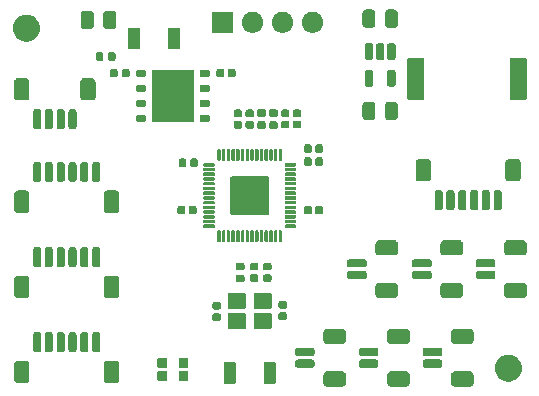
<source format=gbr>
G04 #@! TF.GenerationSoftware,KiCad,Pcbnew,8.0.7*
G04 #@! TF.CreationDate,2025-01-03T21:38:38-08:00*
G04 #@! TF.ProjectId,RP2040_minimal_r2,52503230-3430-45f6-9d69-6e696d616c5f,REV2*
G04 #@! TF.SameCoordinates,PX5f5e100PY5f5e100*
G04 #@! TF.FileFunction,Soldermask,Top*
G04 #@! TF.FilePolarity,Negative*
%FSLAX46Y46*%
G04 Gerber Fmt 4.6, Leading zero omitted, Abs format (unit mm)*
G04 Created by KiCad (PCBNEW 8.0.7) date 2025-01-03 21:38:38*
%MOMM*%
%LPD*%
G01*
G04 APERTURE LIST*
G04 APERTURE END LIST*
G36*
X6418914Y-1656995D02*
G01*
X6423645Y-1659084D01*
X6426811Y-1659501D01*
X6466442Y-1677981D01*
X6520106Y-1701676D01*
X6598324Y-1779894D01*
X6622028Y-1833579D01*
X6640498Y-1873188D01*
X6640914Y-1876351D01*
X6643005Y-1881086D01*
X6651000Y-1950000D01*
X6651000Y-2650000D01*
X6643005Y-2718914D01*
X6640914Y-2723648D01*
X6640498Y-2726811D01*
X6622036Y-2766402D01*
X6598324Y-2820106D01*
X6520106Y-2898324D01*
X6466402Y-2922036D01*
X6426811Y-2940498D01*
X6423648Y-2940914D01*
X6418914Y-2943005D01*
X6350000Y-2951000D01*
X5050000Y-2951000D01*
X4981086Y-2943005D01*
X4976351Y-2940914D01*
X4973188Y-2940498D01*
X4933579Y-2922028D01*
X4879894Y-2898324D01*
X4801676Y-2820106D01*
X4777981Y-2766442D01*
X4759501Y-2726811D01*
X4759084Y-2723645D01*
X4756995Y-2718914D01*
X4749000Y-2650000D01*
X4749000Y-1950000D01*
X4756995Y-1881086D01*
X4759084Y-1876354D01*
X4759501Y-1873188D01*
X4777989Y-1833538D01*
X4801676Y-1779894D01*
X4879894Y-1701676D01*
X4933538Y-1677989D01*
X4973188Y-1659501D01*
X4976354Y-1659084D01*
X4981086Y-1656995D01*
X5050000Y-1649000D01*
X6350000Y-1649000D01*
X6418914Y-1656995D01*
G37*
G36*
X11818914Y-1656995D02*
G01*
X11823645Y-1659084D01*
X11826811Y-1659501D01*
X11866442Y-1677981D01*
X11920106Y-1701676D01*
X11998324Y-1779894D01*
X12022028Y-1833579D01*
X12040498Y-1873188D01*
X12040914Y-1876351D01*
X12043005Y-1881086D01*
X12051000Y-1950000D01*
X12051000Y-2650000D01*
X12043005Y-2718914D01*
X12040914Y-2723648D01*
X12040498Y-2726811D01*
X12022036Y-2766402D01*
X11998324Y-2820106D01*
X11920106Y-2898324D01*
X11866402Y-2922036D01*
X11826811Y-2940498D01*
X11823648Y-2940914D01*
X11818914Y-2943005D01*
X11750000Y-2951000D01*
X10450000Y-2951000D01*
X10381086Y-2943005D01*
X10376351Y-2940914D01*
X10373188Y-2940498D01*
X10333579Y-2922028D01*
X10279894Y-2898324D01*
X10201676Y-2820106D01*
X10177981Y-2766442D01*
X10159501Y-2726811D01*
X10159084Y-2723645D01*
X10156995Y-2718914D01*
X10149000Y-2650000D01*
X10149000Y-1950000D01*
X10156995Y-1881086D01*
X10159084Y-1876354D01*
X10159501Y-1873188D01*
X10177989Y-1833538D01*
X10201676Y-1779894D01*
X10279894Y-1701676D01*
X10333538Y-1677989D01*
X10373188Y-1659501D01*
X10376354Y-1659084D01*
X10381086Y-1656995D01*
X10450000Y-1649000D01*
X11750000Y-1649000D01*
X11818914Y-1656995D01*
G37*
G36*
X17218914Y-1656995D02*
G01*
X17223645Y-1659084D01*
X17226811Y-1659501D01*
X17266442Y-1677981D01*
X17320106Y-1701676D01*
X17398324Y-1779894D01*
X17422028Y-1833579D01*
X17440498Y-1873188D01*
X17440914Y-1876351D01*
X17443005Y-1881086D01*
X17451000Y-1950000D01*
X17451000Y-2650000D01*
X17443005Y-2718914D01*
X17440914Y-2723648D01*
X17440498Y-2726811D01*
X17422036Y-2766402D01*
X17398324Y-2820106D01*
X17320106Y-2898324D01*
X17266402Y-2922036D01*
X17226811Y-2940498D01*
X17223648Y-2940914D01*
X17218914Y-2943005D01*
X17150000Y-2951000D01*
X15850000Y-2951000D01*
X15781086Y-2943005D01*
X15776351Y-2940914D01*
X15773188Y-2940498D01*
X15733579Y-2922028D01*
X15679894Y-2898324D01*
X15601676Y-2820106D01*
X15577981Y-2766442D01*
X15559501Y-2726811D01*
X15559084Y-2723645D01*
X15556995Y-2718914D01*
X15549000Y-2650000D01*
X15549000Y-1950000D01*
X15556995Y-1881086D01*
X15559084Y-1876354D01*
X15559501Y-1873188D01*
X15577989Y-1833538D01*
X15601676Y-1779894D01*
X15679894Y-1701676D01*
X15733538Y-1677989D01*
X15773188Y-1659501D01*
X15776354Y-1659084D01*
X15781086Y-1656995D01*
X15850000Y-1649000D01*
X17150000Y-1649000D01*
X17218914Y-1656995D01*
G37*
G36*
X-2730483Y-902882D02*
G01*
X-2713938Y-913938D01*
X-2702882Y-930483D01*
X-2699000Y-950000D01*
X-2699000Y-2650000D01*
X-2702882Y-2669517D01*
X-2713938Y-2686062D01*
X-2730483Y-2697118D01*
X-2750000Y-2701000D01*
X-3650000Y-2701000D01*
X-3669517Y-2697118D01*
X-3686062Y-2686062D01*
X-3697118Y-2669517D01*
X-3701000Y-2650000D01*
X-3701000Y-950000D01*
X-3697118Y-930483D01*
X-3686062Y-913938D01*
X-3669517Y-902882D01*
X-3650000Y-899000D01*
X-2750000Y-899000D01*
X-2730483Y-902882D01*
G37*
G36*
X669517Y-902882D02*
G01*
X686062Y-913938D01*
X697118Y-930483D01*
X701000Y-950000D01*
X701000Y-2650000D01*
X697118Y-2669517D01*
X686062Y-2686062D01*
X669517Y-2697118D01*
X650000Y-2701000D01*
X-250000Y-2701000D01*
X-269517Y-2697118D01*
X-286062Y-2686062D01*
X-297118Y-2669517D01*
X-301000Y-2650000D01*
X-301000Y-950000D01*
X-297118Y-930483D01*
X-286062Y-913938D01*
X-269517Y-902882D01*
X-250000Y-899000D01*
X650000Y-899000D01*
X669517Y-902882D01*
G37*
G36*
X-20381086Y-756995D02*
G01*
X-20376355Y-759084D01*
X-20373189Y-759501D01*
X-20333558Y-777981D01*
X-20279894Y-801676D01*
X-20201676Y-879894D01*
X-20177972Y-933579D01*
X-20159502Y-973188D01*
X-20159086Y-976351D01*
X-20156995Y-981086D01*
X-20149000Y-1050000D01*
X-20149000Y-2350000D01*
X-20156995Y-2418914D01*
X-20159086Y-2423648D01*
X-20159502Y-2426811D01*
X-20177964Y-2466402D01*
X-20201676Y-2520106D01*
X-20279894Y-2598324D01*
X-20333598Y-2622036D01*
X-20373189Y-2640498D01*
X-20376352Y-2640914D01*
X-20381086Y-2643005D01*
X-20450000Y-2651000D01*
X-21150000Y-2651000D01*
X-21218914Y-2643005D01*
X-21223649Y-2640914D01*
X-21226812Y-2640498D01*
X-21266421Y-2622028D01*
X-21320106Y-2598324D01*
X-21398324Y-2520106D01*
X-21422019Y-2466442D01*
X-21440499Y-2426811D01*
X-21440916Y-2423645D01*
X-21443005Y-2418914D01*
X-21451000Y-2350000D01*
X-21451000Y-1050000D01*
X-21443005Y-981086D01*
X-21440916Y-976354D01*
X-21440499Y-973188D01*
X-21422011Y-933538D01*
X-21398324Y-879894D01*
X-21320106Y-801676D01*
X-21266462Y-777989D01*
X-21226812Y-759501D01*
X-21223646Y-759084D01*
X-21218914Y-756995D01*
X-21150000Y-749000D01*
X-20450000Y-749000D01*
X-20381086Y-756995D01*
G37*
G36*
X-12781086Y-756995D02*
G01*
X-12776355Y-759084D01*
X-12773189Y-759501D01*
X-12733558Y-777981D01*
X-12679894Y-801676D01*
X-12601676Y-879894D01*
X-12577972Y-933579D01*
X-12559502Y-973188D01*
X-12559086Y-976351D01*
X-12556995Y-981086D01*
X-12549000Y-1050000D01*
X-12549000Y-2350000D01*
X-12556995Y-2418914D01*
X-12559086Y-2423648D01*
X-12559502Y-2426811D01*
X-12577964Y-2466402D01*
X-12601676Y-2520106D01*
X-12679894Y-2598324D01*
X-12733598Y-2622036D01*
X-12773189Y-2640498D01*
X-12776352Y-2640914D01*
X-12781086Y-2643005D01*
X-12850000Y-2651000D01*
X-13550000Y-2651000D01*
X-13618914Y-2643005D01*
X-13623649Y-2640914D01*
X-13626812Y-2640498D01*
X-13666421Y-2622028D01*
X-13720106Y-2598324D01*
X-13798324Y-2520106D01*
X-13822019Y-2466442D01*
X-13840499Y-2426811D01*
X-13840916Y-2423645D01*
X-13843005Y-2418914D01*
X-13851000Y-2350000D01*
X-13851000Y-1050000D01*
X-13843005Y-981086D01*
X-13840916Y-976354D01*
X-13840499Y-973188D01*
X-13822011Y-933538D01*
X-13798324Y-879894D01*
X-13720106Y-801676D01*
X-13666462Y-777989D01*
X-13626812Y-759501D01*
X-13623646Y-759084D01*
X-13618914Y-756995D01*
X-13550000Y-749000D01*
X-12850000Y-749000D01*
X-12781086Y-756995D01*
G37*
G36*
X20714986Y-292939D02*
G01*
X20913045Y-369667D01*
X21093632Y-481482D01*
X21250599Y-624576D01*
X21378600Y-794077D01*
X21473276Y-984211D01*
X21531402Y-1188504D01*
X21551000Y-1400000D01*
X21531402Y-1611496D01*
X21473276Y-1815789D01*
X21378600Y-2005923D01*
X21250599Y-2175424D01*
X21093632Y-2318518D01*
X20913045Y-2430333D01*
X20714986Y-2507061D01*
X20506201Y-2546090D01*
X20293799Y-2546090D01*
X20085014Y-2507061D01*
X19886955Y-2430333D01*
X19706368Y-2318518D01*
X19549401Y-2175424D01*
X19421400Y-2005923D01*
X19326724Y-1815789D01*
X19268598Y-1611496D01*
X19249000Y-1400000D01*
X19268598Y-1188504D01*
X19326724Y-984211D01*
X19421400Y-794077D01*
X19549401Y-624576D01*
X19706368Y-481482D01*
X19886955Y-369667D01*
X20085014Y-292939D01*
X20293799Y-253910D01*
X20506201Y-253910D01*
X20714986Y-292939D01*
G37*
G36*
X-8545483Y-1652882D02*
G01*
X-8528938Y-1663938D01*
X-8517882Y-1680483D01*
X-8514000Y-1700000D01*
X-8514000Y-2400000D01*
X-8517882Y-2419517D01*
X-8528938Y-2436062D01*
X-8545483Y-2447118D01*
X-8565000Y-2451000D01*
X-9265000Y-2451000D01*
X-9284517Y-2447118D01*
X-9301062Y-2436062D01*
X-9312118Y-2419517D01*
X-9316000Y-2400000D01*
X-9316000Y-1700000D01*
X-9312118Y-1680483D01*
X-9301062Y-1663938D01*
X-9284517Y-1652882D01*
X-9265000Y-1649000D01*
X-8565000Y-1649000D01*
X-8545483Y-1652882D01*
G37*
G36*
X-6715483Y-1652882D02*
G01*
X-6698938Y-1663938D01*
X-6687882Y-1680483D01*
X-6684000Y-1700000D01*
X-6684000Y-2400000D01*
X-6687882Y-2419517D01*
X-6698938Y-2436062D01*
X-6715483Y-2447118D01*
X-6735000Y-2451000D01*
X-7435000Y-2451000D01*
X-7454517Y-2447118D01*
X-7471062Y-2436062D01*
X-7482118Y-2419517D01*
X-7486000Y-2400000D01*
X-7486000Y-1700000D01*
X-7482118Y-1680483D01*
X-7471062Y-1663938D01*
X-7454517Y-1652882D01*
X-7435000Y-1649000D01*
X-6735000Y-1649000D01*
X-6715483Y-1652882D01*
G37*
G36*
X-8545483Y-552882D02*
G01*
X-8528938Y-563938D01*
X-8517882Y-580483D01*
X-8514000Y-600000D01*
X-8514000Y-1300000D01*
X-8517882Y-1319517D01*
X-8528938Y-1336062D01*
X-8545483Y-1347118D01*
X-8565000Y-1351000D01*
X-9265000Y-1351000D01*
X-9284517Y-1347118D01*
X-9301062Y-1336062D01*
X-9312118Y-1319517D01*
X-9316000Y-1300000D01*
X-9316000Y-600000D01*
X-9312118Y-580483D01*
X-9301062Y-563938D01*
X-9284517Y-552882D01*
X-9265000Y-549000D01*
X-8565000Y-549000D01*
X-8545483Y-552882D01*
G37*
G36*
X-6715483Y-552882D02*
G01*
X-6698938Y-563938D01*
X-6687882Y-580483D01*
X-6684000Y-600000D01*
X-6684000Y-1300000D01*
X-6687882Y-1319517D01*
X-6698938Y-1336062D01*
X-6715483Y-1347118D01*
X-6735000Y-1351000D01*
X-7435000Y-1351000D01*
X-7454517Y-1347118D01*
X-7471062Y-1336062D01*
X-7482118Y-1319517D01*
X-7486000Y-1300000D01*
X-7486000Y-600000D01*
X-7482118Y-580483D01*
X-7471062Y-563938D01*
X-7454517Y-552882D01*
X-7435000Y-549000D01*
X-6735000Y-549000D01*
X-6715483Y-552882D01*
G37*
G36*
X3876919Y-664300D02*
G01*
X3942128Y-707872D01*
X3985700Y-773081D01*
X4001000Y-850000D01*
X4001000Y-1150000D01*
X3985700Y-1226919D01*
X3942128Y-1292128D01*
X3876919Y-1335700D01*
X3800000Y-1351000D01*
X2550000Y-1351000D01*
X2473081Y-1335700D01*
X2407872Y-1292128D01*
X2364300Y-1226919D01*
X2349000Y-1150000D01*
X2349000Y-850000D01*
X2364300Y-773081D01*
X2407872Y-707872D01*
X2473081Y-664300D01*
X2550000Y-649000D01*
X3800000Y-649000D01*
X3876919Y-664300D01*
G37*
G36*
X9276919Y-664300D02*
G01*
X9342128Y-707872D01*
X9385700Y-773081D01*
X9401000Y-850000D01*
X9401000Y-1150000D01*
X9385700Y-1226919D01*
X9342128Y-1292128D01*
X9276919Y-1335700D01*
X9200000Y-1351000D01*
X7950000Y-1351000D01*
X7873081Y-1335700D01*
X7807872Y-1292128D01*
X7764300Y-1226919D01*
X7749000Y-1150000D01*
X7749000Y-850000D01*
X7764300Y-773081D01*
X7807872Y-707872D01*
X7873081Y-664300D01*
X7950000Y-649000D01*
X9200000Y-649000D01*
X9276919Y-664300D01*
G37*
G36*
X14676919Y-664300D02*
G01*
X14742128Y-707872D01*
X14785700Y-773081D01*
X14801000Y-850000D01*
X14801000Y-1150000D01*
X14785700Y-1226919D01*
X14742128Y-1292128D01*
X14676919Y-1335700D01*
X14600000Y-1351000D01*
X13350000Y-1351000D01*
X13273081Y-1335700D01*
X13207872Y-1292128D01*
X13164300Y-1226919D01*
X13149000Y-1150000D01*
X13149000Y-850000D01*
X13164300Y-773081D01*
X13207872Y-707872D01*
X13273081Y-664300D01*
X13350000Y-649000D01*
X14600000Y-649000D01*
X14676919Y-664300D01*
G37*
G36*
X3876919Y335700D02*
G01*
X3942128Y292128D01*
X3985700Y226919D01*
X4001000Y150000D01*
X4001000Y-150000D01*
X3985700Y-226919D01*
X3942128Y-292128D01*
X3876919Y-335700D01*
X3800000Y-351000D01*
X2550000Y-351000D01*
X2473081Y-335700D01*
X2407872Y-292128D01*
X2364300Y-226919D01*
X2349000Y-150000D01*
X2349000Y150000D01*
X2364300Y226919D01*
X2407872Y292128D01*
X2473081Y335700D01*
X2550000Y351000D01*
X3800000Y351000D01*
X3876919Y335700D01*
G37*
G36*
X9276919Y335700D02*
G01*
X9342128Y292128D01*
X9385700Y226919D01*
X9401000Y150000D01*
X9401000Y-150000D01*
X9385700Y-226919D01*
X9342128Y-292128D01*
X9276919Y-335700D01*
X9200000Y-351000D01*
X7950000Y-351000D01*
X7873081Y-335700D01*
X7807872Y-292128D01*
X7764300Y-226919D01*
X7749000Y-150000D01*
X7749000Y150000D01*
X7764300Y226919D01*
X7807872Y292128D01*
X7873081Y335700D01*
X7950000Y351000D01*
X9200000Y351000D01*
X9276919Y335700D01*
G37*
G36*
X14676919Y335700D02*
G01*
X14742128Y292128D01*
X14785700Y226919D01*
X14801000Y150000D01*
X14801000Y-150000D01*
X14785700Y-226919D01*
X14742128Y-292128D01*
X14676919Y-335700D01*
X14600000Y-351000D01*
X13350000Y-351000D01*
X13273081Y-335700D01*
X13207872Y-292128D01*
X13164300Y-226919D01*
X13149000Y-150000D01*
X13149000Y150000D01*
X13164300Y226919D01*
X13207872Y292128D01*
X13273081Y335700D01*
X13350000Y351000D01*
X14600000Y351000D01*
X14676919Y335700D01*
G37*
G36*
X-19273081Y1635700D02*
G01*
X-19207872Y1592128D01*
X-19164300Y1526919D01*
X-19149000Y1450000D01*
X-19149000Y200000D01*
X-19164300Y123081D01*
X-19207872Y57872D01*
X-19273081Y14300D01*
X-19350000Y-1000D01*
X-19650000Y-1000D01*
X-19726919Y14300D01*
X-19792128Y57872D01*
X-19835700Y123081D01*
X-19851000Y200000D01*
X-19851000Y1450000D01*
X-19835700Y1526919D01*
X-19792128Y1592128D01*
X-19726919Y1635700D01*
X-19650000Y1651000D01*
X-19350000Y1651000D01*
X-19273081Y1635700D01*
G37*
G36*
X-18273081Y1635700D02*
G01*
X-18207872Y1592128D01*
X-18164300Y1526919D01*
X-18149000Y1450000D01*
X-18149000Y200000D01*
X-18164300Y123081D01*
X-18207872Y57872D01*
X-18273081Y14300D01*
X-18350000Y-1000D01*
X-18650000Y-1000D01*
X-18726919Y14300D01*
X-18792128Y57872D01*
X-18835700Y123081D01*
X-18851000Y200000D01*
X-18851000Y1450000D01*
X-18835700Y1526919D01*
X-18792128Y1592128D01*
X-18726919Y1635700D01*
X-18650000Y1651000D01*
X-18350000Y1651000D01*
X-18273081Y1635700D01*
G37*
G36*
X-17273081Y1635700D02*
G01*
X-17207872Y1592128D01*
X-17164300Y1526919D01*
X-17149000Y1450000D01*
X-17149000Y200000D01*
X-17164300Y123081D01*
X-17207872Y57872D01*
X-17273081Y14300D01*
X-17350000Y-1000D01*
X-17650000Y-1000D01*
X-17726919Y14300D01*
X-17792128Y57872D01*
X-17835700Y123081D01*
X-17851000Y200000D01*
X-17851000Y1450000D01*
X-17835700Y1526919D01*
X-17792128Y1592128D01*
X-17726919Y1635700D01*
X-17650000Y1651000D01*
X-17350000Y1651000D01*
X-17273081Y1635700D01*
G37*
G36*
X-16273081Y1635700D02*
G01*
X-16207872Y1592128D01*
X-16164300Y1526919D01*
X-16149000Y1450000D01*
X-16149000Y200000D01*
X-16164300Y123081D01*
X-16207872Y57872D01*
X-16273081Y14300D01*
X-16350000Y-1000D01*
X-16650000Y-1000D01*
X-16726919Y14300D01*
X-16792128Y57872D01*
X-16835700Y123081D01*
X-16851000Y200000D01*
X-16851000Y1450000D01*
X-16835700Y1526919D01*
X-16792128Y1592128D01*
X-16726919Y1635700D01*
X-16650000Y1651000D01*
X-16350000Y1651000D01*
X-16273081Y1635700D01*
G37*
G36*
X-15273081Y1635700D02*
G01*
X-15207872Y1592128D01*
X-15164300Y1526919D01*
X-15149000Y1450000D01*
X-15149000Y200000D01*
X-15164300Y123081D01*
X-15207872Y57872D01*
X-15273081Y14300D01*
X-15350000Y-1000D01*
X-15650000Y-1000D01*
X-15726919Y14300D01*
X-15792128Y57872D01*
X-15835700Y123081D01*
X-15851000Y200000D01*
X-15851000Y1450000D01*
X-15835700Y1526919D01*
X-15792128Y1592128D01*
X-15726919Y1635700D01*
X-15650000Y1651000D01*
X-15350000Y1651000D01*
X-15273081Y1635700D01*
G37*
G36*
X-14273081Y1635700D02*
G01*
X-14207872Y1592128D01*
X-14164300Y1526919D01*
X-14149000Y1450000D01*
X-14149000Y200000D01*
X-14164300Y123081D01*
X-14207872Y57872D01*
X-14273081Y14300D01*
X-14350000Y-1000D01*
X-14650000Y-1000D01*
X-14726919Y14300D01*
X-14792128Y57872D01*
X-14835700Y123081D01*
X-14851000Y200000D01*
X-14851000Y1450000D01*
X-14835700Y1526919D01*
X-14792128Y1592128D01*
X-14726919Y1635700D01*
X-14650000Y1651000D01*
X-14350000Y1651000D01*
X-14273081Y1635700D01*
G37*
G36*
X6418914Y1943005D02*
G01*
X6423645Y1940916D01*
X6426811Y1940499D01*
X6466442Y1922019D01*
X6520106Y1898324D01*
X6598324Y1820106D01*
X6622028Y1766421D01*
X6640498Y1726812D01*
X6640914Y1723649D01*
X6643005Y1718914D01*
X6651000Y1650000D01*
X6651000Y950000D01*
X6643005Y881086D01*
X6640914Y876352D01*
X6640498Y873189D01*
X6622036Y833598D01*
X6598324Y779894D01*
X6520106Y701676D01*
X6466402Y677964D01*
X6426811Y659502D01*
X6423648Y659086D01*
X6418914Y656995D01*
X6350000Y649000D01*
X5050000Y649000D01*
X4981086Y656995D01*
X4976351Y659086D01*
X4973188Y659502D01*
X4933579Y677972D01*
X4879894Y701676D01*
X4801676Y779894D01*
X4777981Y833558D01*
X4759501Y873189D01*
X4759084Y876355D01*
X4756995Y881086D01*
X4749000Y950000D01*
X4749000Y1650000D01*
X4756995Y1718914D01*
X4759084Y1723646D01*
X4759501Y1726812D01*
X4777989Y1766462D01*
X4801676Y1820106D01*
X4879894Y1898324D01*
X4933538Y1922011D01*
X4973188Y1940499D01*
X4976354Y1940916D01*
X4981086Y1943005D01*
X5050000Y1951000D01*
X6350000Y1951000D01*
X6418914Y1943005D01*
G37*
G36*
X11818914Y1943005D02*
G01*
X11823645Y1940916D01*
X11826811Y1940499D01*
X11866442Y1922019D01*
X11920106Y1898324D01*
X11998324Y1820106D01*
X12022028Y1766421D01*
X12040498Y1726812D01*
X12040914Y1723649D01*
X12043005Y1718914D01*
X12051000Y1650000D01*
X12051000Y950000D01*
X12043005Y881086D01*
X12040914Y876352D01*
X12040498Y873189D01*
X12022036Y833598D01*
X11998324Y779894D01*
X11920106Y701676D01*
X11866402Y677964D01*
X11826811Y659502D01*
X11823648Y659086D01*
X11818914Y656995D01*
X11750000Y649000D01*
X10450000Y649000D01*
X10381086Y656995D01*
X10376351Y659086D01*
X10373188Y659502D01*
X10333579Y677972D01*
X10279894Y701676D01*
X10201676Y779894D01*
X10177981Y833558D01*
X10159501Y873189D01*
X10159084Y876355D01*
X10156995Y881086D01*
X10149000Y950000D01*
X10149000Y1650000D01*
X10156995Y1718914D01*
X10159084Y1723646D01*
X10159501Y1726812D01*
X10177989Y1766462D01*
X10201676Y1820106D01*
X10279894Y1898324D01*
X10333538Y1922011D01*
X10373188Y1940499D01*
X10376354Y1940916D01*
X10381086Y1943005D01*
X10450000Y1951000D01*
X11750000Y1951000D01*
X11818914Y1943005D01*
G37*
G36*
X17218914Y1943005D02*
G01*
X17223645Y1940916D01*
X17226811Y1940499D01*
X17266442Y1922019D01*
X17320106Y1898324D01*
X17398324Y1820106D01*
X17422028Y1766421D01*
X17440498Y1726812D01*
X17440914Y1723649D01*
X17443005Y1718914D01*
X17451000Y1650000D01*
X17451000Y950000D01*
X17443005Y881086D01*
X17440914Y876352D01*
X17440498Y873189D01*
X17422036Y833598D01*
X17398324Y779894D01*
X17320106Y701676D01*
X17266402Y677964D01*
X17226811Y659502D01*
X17223648Y659086D01*
X17218914Y656995D01*
X17150000Y649000D01*
X15850000Y649000D01*
X15781086Y656995D01*
X15776351Y659086D01*
X15773188Y659502D01*
X15733579Y677972D01*
X15679894Y701676D01*
X15601676Y779894D01*
X15577981Y833558D01*
X15559501Y873189D01*
X15559084Y876355D01*
X15556995Y881086D01*
X15549000Y950000D01*
X15549000Y1650000D01*
X15556995Y1718914D01*
X15559084Y1723646D01*
X15559501Y1726812D01*
X15577989Y1766462D01*
X15601676Y1820106D01*
X15679894Y1898324D01*
X15733538Y1922011D01*
X15773188Y1940499D01*
X15776354Y1940916D01*
X15781086Y1943005D01*
X15850000Y1951000D01*
X17150000Y1951000D01*
X17218914Y1943005D01*
G37*
G36*
X-1880483Y3247118D02*
G01*
X-1863938Y3236062D01*
X-1852882Y3219517D01*
X-1849000Y3200000D01*
X-1849000Y2000000D01*
X-1852882Y1980483D01*
X-1863938Y1963938D01*
X-1880483Y1952882D01*
X-1900000Y1949000D01*
X-3300000Y1949000D01*
X-3319517Y1952882D01*
X-3336062Y1963938D01*
X-3347118Y1980483D01*
X-3351000Y2000000D01*
X-3351000Y3200000D01*
X-3347118Y3219517D01*
X-3336062Y3236062D01*
X-3319517Y3247118D01*
X-3300000Y3251000D01*
X-1900000Y3251000D01*
X-1880483Y3247118D01*
G37*
G36*
X319517Y3247118D02*
G01*
X336062Y3236062D01*
X347118Y3219517D01*
X351000Y3200000D01*
X351000Y2000000D01*
X347118Y1980483D01*
X336062Y1963938D01*
X319517Y1952882D01*
X300000Y1949000D01*
X-1100000Y1949000D01*
X-1119517Y1952882D01*
X-1136062Y1963938D01*
X-1147118Y1980483D01*
X-1151000Y2000000D01*
X-1151000Y3200000D01*
X-1147118Y3219517D01*
X-1136062Y3236062D01*
X-1119517Y3247118D01*
X-1100000Y3251000D01*
X300000Y3251000D01*
X319517Y3247118D01*
G37*
G36*
X-4056907Y3256461D02*
G01*
X-3994943Y3215057D01*
X-3953539Y3153093D01*
X-3939000Y3080000D01*
X-3939000Y2800000D01*
X-3953539Y2726907D01*
X-3994943Y2664943D01*
X-4056907Y2623539D01*
X-4130000Y2609000D01*
X-4470000Y2609000D01*
X-4543093Y2623539D01*
X-4605057Y2664943D01*
X-4646461Y2726907D01*
X-4661000Y2800000D01*
X-4661000Y3080000D01*
X-4646461Y3153093D01*
X-4605057Y3215057D01*
X-4543093Y3256461D01*
X-4470000Y3271000D01*
X-4130000Y3271000D01*
X-4056907Y3256461D01*
G37*
G36*
X1543093Y3336461D02*
G01*
X1605057Y3295057D01*
X1646461Y3233093D01*
X1661000Y3160000D01*
X1661000Y2880000D01*
X1646461Y2806907D01*
X1605057Y2744943D01*
X1543093Y2703539D01*
X1470000Y2689000D01*
X1130000Y2689000D01*
X1056907Y2703539D01*
X994943Y2744943D01*
X953539Y2806907D01*
X939000Y2880000D01*
X939000Y3160000D01*
X953539Y3233093D01*
X994943Y3295057D01*
X1056907Y3336461D01*
X1130000Y3351000D01*
X1470000Y3351000D01*
X1543093Y3336461D01*
G37*
G36*
X-4056907Y4216461D02*
G01*
X-3994943Y4175057D01*
X-3953539Y4113093D01*
X-3939000Y4040000D01*
X-3939000Y3760000D01*
X-3953539Y3686907D01*
X-3994943Y3624943D01*
X-4056907Y3583539D01*
X-4130000Y3569000D01*
X-4470000Y3569000D01*
X-4543093Y3583539D01*
X-4605057Y3624943D01*
X-4646461Y3686907D01*
X-4661000Y3760000D01*
X-4661000Y4040000D01*
X-4646461Y4113093D01*
X-4605057Y4175057D01*
X-4543093Y4216461D01*
X-4470000Y4231000D01*
X-4130000Y4231000D01*
X-4056907Y4216461D01*
G37*
G36*
X-1880483Y4947118D02*
G01*
X-1863938Y4936062D01*
X-1852882Y4919517D01*
X-1849000Y4900000D01*
X-1849000Y3700000D01*
X-1852882Y3680483D01*
X-1863938Y3663938D01*
X-1880483Y3652882D01*
X-1900000Y3649000D01*
X-3300000Y3649000D01*
X-3319517Y3652882D01*
X-3336062Y3663938D01*
X-3347118Y3680483D01*
X-3351000Y3700000D01*
X-3351000Y4900000D01*
X-3347118Y4919517D01*
X-3336062Y4936062D01*
X-3319517Y4947118D01*
X-3300000Y4951000D01*
X-1900000Y4951000D01*
X-1880483Y4947118D01*
G37*
G36*
X319517Y4947118D02*
G01*
X336062Y4936062D01*
X347118Y4919517D01*
X351000Y4900000D01*
X351000Y3700000D01*
X347118Y3680483D01*
X336062Y3663938D01*
X319517Y3652882D01*
X300000Y3649000D01*
X-1100000Y3649000D01*
X-1119517Y3652882D01*
X-1136062Y3663938D01*
X-1147118Y3680483D01*
X-1151000Y3700000D01*
X-1151000Y4900000D01*
X-1147118Y4919517D01*
X-1136062Y4936062D01*
X-1119517Y4947118D01*
X-1100000Y4951000D01*
X300000Y4951000D01*
X319517Y4947118D01*
G37*
G36*
X1543093Y4296461D02*
G01*
X1605057Y4255057D01*
X1646461Y4193093D01*
X1661000Y4120000D01*
X1661000Y3840000D01*
X1646461Y3766907D01*
X1605057Y3704943D01*
X1543093Y3663539D01*
X1470000Y3649000D01*
X1130000Y3649000D01*
X1056907Y3663539D01*
X994943Y3704943D01*
X953539Y3766907D01*
X939000Y3840000D01*
X939000Y4120000D01*
X953539Y4193093D01*
X994943Y4255057D01*
X1056907Y4296461D01*
X1130000Y4311000D01*
X1470000Y4311000D01*
X1543093Y4296461D01*
G37*
G36*
X-20381086Y6443005D02*
G01*
X-20376355Y6440916D01*
X-20373189Y6440499D01*
X-20333558Y6422019D01*
X-20279894Y6398324D01*
X-20201676Y6320106D01*
X-20177972Y6266421D01*
X-20159502Y6226812D01*
X-20159086Y6223649D01*
X-20156995Y6218914D01*
X-20149000Y6150000D01*
X-20149000Y4850000D01*
X-20156995Y4781086D01*
X-20159086Y4776352D01*
X-20159502Y4773189D01*
X-20177964Y4733598D01*
X-20201676Y4679894D01*
X-20279894Y4601676D01*
X-20333598Y4577964D01*
X-20373189Y4559502D01*
X-20376352Y4559086D01*
X-20381086Y4556995D01*
X-20450000Y4549000D01*
X-21150000Y4549000D01*
X-21218914Y4556995D01*
X-21223649Y4559086D01*
X-21226812Y4559502D01*
X-21266421Y4577972D01*
X-21320106Y4601676D01*
X-21398324Y4679894D01*
X-21422019Y4733558D01*
X-21440499Y4773189D01*
X-21440916Y4776355D01*
X-21443005Y4781086D01*
X-21451000Y4850000D01*
X-21451000Y6150000D01*
X-21443005Y6218914D01*
X-21440916Y6223646D01*
X-21440499Y6226812D01*
X-21422011Y6266462D01*
X-21398324Y6320106D01*
X-21320106Y6398324D01*
X-21266462Y6422011D01*
X-21226812Y6440499D01*
X-21223646Y6440916D01*
X-21218914Y6443005D01*
X-21150000Y6451000D01*
X-20450000Y6451000D01*
X-20381086Y6443005D01*
G37*
G36*
X-12781086Y6443005D02*
G01*
X-12776355Y6440916D01*
X-12773189Y6440499D01*
X-12733558Y6422019D01*
X-12679894Y6398324D01*
X-12601676Y6320106D01*
X-12577972Y6266421D01*
X-12559502Y6226812D01*
X-12559086Y6223649D01*
X-12556995Y6218914D01*
X-12549000Y6150000D01*
X-12549000Y4850000D01*
X-12556995Y4781086D01*
X-12559086Y4776352D01*
X-12559502Y4773189D01*
X-12577964Y4733598D01*
X-12601676Y4679894D01*
X-12679894Y4601676D01*
X-12733598Y4577964D01*
X-12773189Y4559502D01*
X-12776352Y4559086D01*
X-12781086Y4556995D01*
X-12850000Y4549000D01*
X-13550000Y4549000D01*
X-13618914Y4556995D01*
X-13623649Y4559086D01*
X-13626812Y4559502D01*
X-13666421Y4577972D01*
X-13720106Y4601676D01*
X-13798324Y4679894D01*
X-13822019Y4733558D01*
X-13840499Y4773189D01*
X-13840916Y4776355D01*
X-13843005Y4781086D01*
X-13851000Y4850000D01*
X-13851000Y6150000D01*
X-13843005Y6218914D01*
X-13840916Y6223646D01*
X-13840499Y6226812D01*
X-13822011Y6266462D01*
X-13798324Y6320106D01*
X-13720106Y6398324D01*
X-13666462Y6422011D01*
X-13626812Y6440499D01*
X-13623646Y6440916D01*
X-13618914Y6443005D01*
X-13550000Y6451000D01*
X-12850000Y6451000D01*
X-12781086Y6443005D01*
G37*
G36*
X10818914Y5843005D02*
G01*
X10823645Y5840916D01*
X10826811Y5840499D01*
X10866442Y5822019D01*
X10920106Y5798324D01*
X10998324Y5720106D01*
X11022028Y5666421D01*
X11040498Y5626812D01*
X11040914Y5623649D01*
X11043005Y5618914D01*
X11051000Y5550000D01*
X11051000Y4850000D01*
X11043005Y4781086D01*
X11040914Y4776352D01*
X11040498Y4773189D01*
X11022036Y4733598D01*
X10998324Y4679894D01*
X10920106Y4601676D01*
X10866402Y4577964D01*
X10826811Y4559502D01*
X10823648Y4559086D01*
X10818914Y4556995D01*
X10750000Y4549000D01*
X9450000Y4549000D01*
X9381086Y4556995D01*
X9376351Y4559086D01*
X9373188Y4559502D01*
X9333579Y4577972D01*
X9279894Y4601676D01*
X9201676Y4679894D01*
X9177981Y4733558D01*
X9159501Y4773189D01*
X9159084Y4776355D01*
X9156995Y4781086D01*
X9149000Y4850000D01*
X9149000Y5550000D01*
X9156995Y5618914D01*
X9159084Y5623646D01*
X9159501Y5626812D01*
X9177989Y5666462D01*
X9201676Y5720106D01*
X9279894Y5798324D01*
X9333538Y5822011D01*
X9373188Y5840499D01*
X9376354Y5840916D01*
X9381086Y5843005D01*
X9450000Y5851000D01*
X10750000Y5851000D01*
X10818914Y5843005D01*
G37*
G36*
X16318914Y5843005D02*
G01*
X16323645Y5840916D01*
X16326811Y5840499D01*
X16366442Y5822019D01*
X16420106Y5798324D01*
X16498324Y5720106D01*
X16522028Y5666421D01*
X16540498Y5626812D01*
X16540914Y5623649D01*
X16543005Y5618914D01*
X16551000Y5550000D01*
X16551000Y4850000D01*
X16543005Y4781086D01*
X16540914Y4776352D01*
X16540498Y4773189D01*
X16522036Y4733598D01*
X16498324Y4679894D01*
X16420106Y4601676D01*
X16366402Y4577964D01*
X16326811Y4559502D01*
X16323648Y4559086D01*
X16318914Y4556995D01*
X16250000Y4549000D01*
X14950000Y4549000D01*
X14881086Y4556995D01*
X14876351Y4559086D01*
X14873188Y4559502D01*
X14833579Y4577972D01*
X14779894Y4601676D01*
X14701676Y4679894D01*
X14677981Y4733558D01*
X14659501Y4773189D01*
X14659084Y4776355D01*
X14656995Y4781086D01*
X14649000Y4850000D01*
X14649000Y5550000D01*
X14656995Y5618914D01*
X14659084Y5623646D01*
X14659501Y5626812D01*
X14677989Y5666462D01*
X14701676Y5720106D01*
X14779894Y5798324D01*
X14833538Y5822011D01*
X14873188Y5840499D01*
X14876354Y5840916D01*
X14881086Y5843005D01*
X14950000Y5851000D01*
X16250000Y5851000D01*
X16318914Y5843005D01*
G37*
G36*
X21718914Y5843005D02*
G01*
X21723645Y5840916D01*
X21726811Y5840499D01*
X21766442Y5822019D01*
X21820106Y5798324D01*
X21898324Y5720106D01*
X21922028Y5666421D01*
X21940498Y5626812D01*
X21940914Y5623649D01*
X21943005Y5618914D01*
X21951000Y5550000D01*
X21951000Y4850000D01*
X21943005Y4781086D01*
X21940914Y4776352D01*
X21940498Y4773189D01*
X21922036Y4733598D01*
X21898324Y4679894D01*
X21820106Y4601676D01*
X21766402Y4577964D01*
X21726811Y4559502D01*
X21723648Y4559086D01*
X21718914Y4556995D01*
X21650000Y4549000D01*
X20350000Y4549000D01*
X20281086Y4556995D01*
X20276351Y4559086D01*
X20273188Y4559502D01*
X20233579Y4577972D01*
X20179894Y4601676D01*
X20101676Y4679894D01*
X20077981Y4733558D01*
X20059501Y4773189D01*
X20059084Y4776355D01*
X20056995Y4781086D01*
X20049000Y4850000D01*
X20049000Y5550000D01*
X20056995Y5618914D01*
X20059084Y5623646D01*
X20059501Y5626812D01*
X20077989Y5666462D01*
X20101676Y5720106D01*
X20179894Y5798324D01*
X20233538Y5822011D01*
X20273188Y5840499D01*
X20276354Y5840916D01*
X20281086Y5843005D01*
X20350000Y5851000D01*
X21650000Y5851000D01*
X21718914Y5843005D01*
G37*
G36*
X-2043821Y6496842D02*
G01*
X-1983478Y6456522D01*
X-1943158Y6396179D01*
X-1929000Y6325000D01*
X-1929000Y6055000D01*
X-1943158Y5983821D01*
X-1983478Y5923478D01*
X-2043821Y5883158D01*
X-2115000Y5869000D01*
X-2485000Y5869000D01*
X-2556179Y5883158D01*
X-2616522Y5923478D01*
X-2656842Y5983821D01*
X-2671000Y6055000D01*
X-2671000Y6325000D01*
X-2656842Y6396179D01*
X-2616522Y6456522D01*
X-2556179Y6496842D01*
X-2485000Y6511000D01*
X-2115000Y6511000D01*
X-2043821Y6496842D01*
G37*
G36*
X-875907Y6576461D02*
G01*
X-813943Y6535057D01*
X-772539Y6473093D01*
X-758000Y6400000D01*
X-758000Y6120000D01*
X-772539Y6046907D01*
X-813943Y5984943D01*
X-875907Y5943539D01*
X-949000Y5929000D01*
X-1289000Y5929000D01*
X-1362093Y5943539D01*
X-1424057Y5984943D01*
X-1465461Y6046907D01*
X-1480000Y6120000D01*
X-1480000Y6400000D01*
X-1465461Y6473093D01*
X-1424057Y6535057D01*
X-1362093Y6576461D01*
X-1289000Y6591000D01*
X-949000Y6591000D01*
X-875907Y6576461D01*
G37*
G36*
X243093Y6576461D02*
G01*
X305057Y6535057D01*
X346461Y6473093D01*
X361000Y6400000D01*
X361000Y6120000D01*
X346461Y6046907D01*
X305057Y5984943D01*
X243093Y5943539D01*
X170000Y5929000D01*
X-170000Y5929000D01*
X-243093Y5943539D01*
X-305057Y5984943D01*
X-346461Y6046907D01*
X-361000Y6120000D01*
X-361000Y6400000D01*
X-346461Y6473093D01*
X-305057Y6535057D01*
X-243093Y6576461D01*
X-170000Y6591000D01*
X170000Y6591000D01*
X243093Y6576461D01*
G37*
G36*
X8276919Y6835700D02*
G01*
X8342128Y6792128D01*
X8385700Y6726919D01*
X8401000Y6650000D01*
X8401000Y6350000D01*
X8385700Y6273081D01*
X8342128Y6207872D01*
X8276919Y6164300D01*
X8200000Y6149000D01*
X6950000Y6149000D01*
X6873081Y6164300D01*
X6807872Y6207872D01*
X6764300Y6273081D01*
X6749000Y6350000D01*
X6749000Y6650000D01*
X6764300Y6726919D01*
X6807872Y6792128D01*
X6873081Y6835700D01*
X6950000Y6851000D01*
X8200000Y6851000D01*
X8276919Y6835700D01*
G37*
G36*
X13776919Y6835700D02*
G01*
X13842128Y6792128D01*
X13885700Y6726919D01*
X13901000Y6650000D01*
X13901000Y6350000D01*
X13885700Y6273081D01*
X13842128Y6207872D01*
X13776919Y6164300D01*
X13700000Y6149000D01*
X12450000Y6149000D01*
X12373081Y6164300D01*
X12307872Y6207872D01*
X12264300Y6273081D01*
X12249000Y6350000D01*
X12249000Y6650000D01*
X12264300Y6726919D01*
X12307872Y6792128D01*
X12373081Y6835700D01*
X12450000Y6851000D01*
X13700000Y6851000D01*
X13776919Y6835700D01*
G37*
G36*
X19176919Y6835700D02*
G01*
X19242128Y6792128D01*
X19285700Y6726919D01*
X19301000Y6650000D01*
X19301000Y6350000D01*
X19285700Y6273081D01*
X19242128Y6207872D01*
X19176919Y6164300D01*
X19100000Y6149000D01*
X17850000Y6149000D01*
X17773081Y6164300D01*
X17707872Y6207872D01*
X17664300Y6273081D01*
X17649000Y6350000D01*
X17649000Y6650000D01*
X17664300Y6726919D01*
X17707872Y6792128D01*
X17773081Y6835700D01*
X17850000Y6851000D01*
X19100000Y6851000D01*
X19176919Y6835700D01*
G37*
G36*
X-2043821Y7516842D02*
G01*
X-1983478Y7476522D01*
X-1943158Y7416179D01*
X-1929000Y7345000D01*
X-1929000Y7075000D01*
X-1943158Y7003821D01*
X-1983478Y6943478D01*
X-2043821Y6903158D01*
X-2115000Y6889000D01*
X-2485000Y6889000D01*
X-2556179Y6903158D01*
X-2616522Y6943478D01*
X-2656842Y7003821D01*
X-2671000Y7075000D01*
X-2671000Y7345000D01*
X-2656842Y7416179D01*
X-2616522Y7476522D01*
X-2556179Y7516842D01*
X-2485000Y7531000D01*
X-2115000Y7531000D01*
X-2043821Y7516842D01*
G37*
G36*
X-875907Y7536461D02*
G01*
X-813943Y7495057D01*
X-772539Y7433093D01*
X-758000Y7360000D01*
X-758000Y7080000D01*
X-772539Y7006907D01*
X-813943Y6944943D01*
X-875907Y6903539D01*
X-949000Y6889000D01*
X-1289000Y6889000D01*
X-1362093Y6903539D01*
X-1424057Y6944943D01*
X-1465461Y7006907D01*
X-1480000Y7080000D01*
X-1480000Y7360000D01*
X-1465461Y7433093D01*
X-1424057Y7495057D01*
X-1362093Y7536461D01*
X-1289000Y7551000D01*
X-949000Y7551000D01*
X-875907Y7536461D01*
G37*
G36*
X243093Y7536461D02*
G01*
X305057Y7495057D01*
X346461Y7433093D01*
X361000Y7360000D01*
X361000Y7080000D01*
X346461Y7006907D01*
X305057Y6944943D01*
X243093Y6903539D01*
X170000Y6889000D01*
X-170000Y6889000D01*
X-243093Y6903539D01*
X-305057Y6944943D01*
X-346461Y7006907D01*
X-361000Y7080000D01*
X-361000Y7360000D01*
X-346461Y7433093D01*
X-305057Y7495057D01*
X-243093Y7536461D01*
X-170000Y7551000D01*
X170000Y7551000D01*
X243093Y7536461D01*
G37*
G36*
X8276919Y7835700D02*
G01*
X8342128Y7792128D01*
X8385700Y7726919D01*
X8401000Y7650000D01*
X8401000Y7350000D01*
X8385700Y7273081D01*
X8342128Y7207872D01*
X8276919Y7164300D01*
X8200000Y7149000D01*
X6950000Y7149000D01*
X6873081Y7164300D01*
X6807872Y7207872D01*
X6764300Y7273081D01*
X6749000Y7350000D01*
X6749000Y7650000D01*
X6764300Y7726919D01*
X6807872Y7792128D01*
X6873081Y7835700D01*
X6950000Y7851000D01*
X8200000Y7851000D01*
X8276919Y7835700D01*
G37*
G36*
X13776919Y7835700D02*
G01*
X13842128Y7792128D01*
X13885700Y7726919D01*
X13901000Y7650000D01*
X13901000Y7350000D01*
X13885700Y7273081D01*
X13842128Y7207872D01*
X13776919Y7164300D01*
X13700000Y7149000D01*
X12450000Y7149000D01*
X12373081Y7164300D01*
X12307872Y7207872D01*
X12264300Y7273081D01*
X12249000Y7350000D01*
X12249000Y7650000D01*
X12264300Y7726919D01*
X12307872Y7792128D01*
X12373081Y7835700D01*
X12450000Y7851000D01*
X13700000Y7851000D01*
X13776919Y7835700D01*
G37*
G36*
X19176919Y7835700D02*
G01*
X19242128Y7792128D01*
X19285700Y7726919D01*
X19301000Y7650000D01*
X19301000Y7350000D01*
X19285700Y7273081D01*
X19242128Y7207872D01*
X19176919Y7164300D01*
X19100000Y7149000D01*
X17850000Y7149000D01*
X17773081Y7164300D01*
X17707872Y7207872D01*
X17664300Y7273081D01*
X17649000Y7350000D01*
X17649000Y7650000D01*
X17664300Y7726919D01*
X17707872Y7792128D01*
X17773081Y7835700D01*
X17850000Y7851000D01*
X19100000Y7851000D01*
X19176919Y7835700D01*
G37*
G36*
X-19273081Y8835700D02*
G01*
X-19207872Y8792128D01*
X-19164300Y8726919D01*
X-19149000Y8650000D01*
X-19149000Y7400000D01*
X-19164300Y7323081D01*
X-19207872Y7257872D01*
X-19273081Y7214300D01*
X-19350000Y7199000D01*
X-19650000Y7199000D01*
X-19726919Y7214300D01*
X-19792128Y7257872D01*
X-19835700Y7323081D01*
X-19851000Y7400000D01*
X-19851000Y8650000D01*
X-19835700Y8726919D01*
X-19792128Y8792128D01*
X-19726919Y8835700D01*
X-19650000Y8851000D01*
X-19350000Y8851000D01*
X-19273081Y8835700D01*
G37*
G36*
X-18273081Y8835700D02*
G01*
X-18207872Y8792128D01*
X-18164300Y8726919D01*
X-18149000Y8650000D01*
X-18149000Y7400000D01*
X-18164300Y7323081D01*
X-18207872Y7257872D01*
X-18273081Y7214300D01*
X-18350000Y7199000D01*
X-18650000Y7199000D01*
X-18726919Y7214300D01*
X-18792128Y7257872D01*
X-18835700Y7323081D01*
X-18851000Y7400000D01*
X-18851000Y8650000D01*
X-18835700Y8726919D01*
X-18792128Y8792128D01*
X-18726919Y8835700D01*
X-18650000Y8851000D01*
X-18350000Y8851000D01*
X-18273081Y8835700D01*
G37*
G36*
X-17273081Y8835700D02*
G01*
X-17207872Y8792128D01*
X-17164300Y8726919D01*
X-17149000Y8650000D01*
X-17149000Y7400000D01*
X-17164300Y7323081D01*
X-17207872Y7257872D01*
X-17273081Y7214300D01*
X-17350000Y7199000D01*
X-17650000Y7199000D01*
X-17726919Y7214300D01*
X-17792128Y7257872D01*
X-17835700Y7323081D01*
X-17851000Y7400000D01*
X-17851000Y8650000D01*
X-17835700Y8726919D01*
X-17792128Y8792128D01*
X-17726919Y8835700D01*
X-17650000Y8851000D01*
X-17350000Y8851000D01*
X-17273081Y8835700D01*
G37*
G36*
X-16273081Y8835700D02*
G01*
X-16207872Y8792128D01*
X-16164300Y8726919D01*
X-16149000Y8650000D01*
X-16149000Y7400000D01*
X-16164300Y7323081D01*
X-16207872Y7257872D01*
X-16273081Y7214300D01*
X-16350000Y7199000D01*
X-16650000Y7199000D01*
X-16726919Y7214300D01*
X-16792128Y7257872D01*
X-16835700Y7323081D01*
X-16851000Y7400000D01*
X-16851000Y8650000D01*
X-16835700Y8726919D01*
X-16792128Y8792128D01*
X-16726919Y8835700D01*
X-16650000Y8851000D01*
X-16350000Y8851000D01*
X-16273081Y8835700D01*
G37*
G36*
X-15273081Y8835700D02*
G01*
X-15207872Y8792128D01*
X-15164300Y8726919D01*
X-15149000Y8650000D01*
X-15149000Y7400000D01*
X-15164300Y7323081D01*
X-15207872Y7257872D01*
X-15273081Y7214300D01*
X-15350000Y7199000D01*
X-15650000Y7199000D01*
X-15726919Y7214300D01*
X-15792128Y7257872D01*
X-15835700Y7323081D01*
X-15851000Y7400000D01*
X-15851000Y8650000D01*
X-15835700Y8726919D01*
X-15792128Y8792128D01*
X-15726919Y8835700D01*
X-15650000Y8851000D01*
X-15350000Y8851000D01*
X-15273081Y8835700D01*
G37*
G36*
X-14273081Y8835700D02*
G01*
X-14207872Y8792128D01*
X-14164300Y8726919D01*
X-14149000Y8650000D01*
X-14149000Y7400000D01*
X-14164300Y7323081D01*
X-14207872Y7257872D01*
X-14273081Y7214300D01*
X-14350000Y7199000D01*
X-14650000Y7199000D01*
X-14726919Y7214300D01*
X-14792128Y7257872D01*
X-14835700Y7323081D01*
X-14851000Y7400000D01*
X-14851000Y8650000D01*
X-14835700Y8726919D01*
X-14792128Y8792128D01*
X-14726919Y8835700D01*
X-14650000Y8851000D01*
X-14350000Y8851000D01*
X-14273081Y8835700D01*
G37*
G36*
X10818914Y9443005D02*
G01*
X10823645Y9440916D01*
X10826811Y9440499D01*
X10866442Y9422019D01*
X10920106Y9398324D01*
X10998324Y9320106D01*
X11022028Y9266421D01*
X11040498Y9226812D01*
X11040914Y9223649D01*
X11043005Y9218914D01*
X11051000Y9150000D01*
X11051000Y8450000D01*
X11043005Y8381086D01*
X11040914Y8376352D01*
X11040498Y8373189D01*
X11022036Y8333598D01*
X10998324Y8279894D01*
X10920106Y8201676D01*
X10866402Y8177964D01*
X10826811Y8159502D01*
X10823648Y8159086D01*
X10818914Y8156995D01*
X10750000Y8149000D01*
X9450000Y8149000D01*
X9381086Y8156995D01*
X9376351Y8159086D01*
X9373188Y8159502D01*
X9333579Y8177972D01*
X9279894Y8201676D01*
X9201676Y8279894D01*
X9177981Y8333558D01*
X9159501Y8373189D01*
X9159084Y8376355D01*
X9156995Y8381086D01*
X9149000Y8450000D01*
X9149000Y9150000D01*
X9156995Y9218914D01*
X9159084Y9223646D01*
X9159501Y9226812D01*
X9177989Y9266462D01*
X9201676Y9320106D01*
X9279894Y9398324D01*
X9333538Y9422011D01*
X9373188Y9440499D01*
X9376354Y9440916D01*
X9381086Y9443005D01*
X9450000Y9451000D01*
X10750000Y9451000D01*
X10818914Y9443005D01*
G37*
G36*
X16318914Y9443005D02*
G01*
X16323645Y9440916D01*
X16326811Y9440499D01*
X16366442Y9422019D01*
X16420106Y9398324D01*
X16498324Y9320106D01*
X16522028Y9266421D01*
X16540498Y9226812D01*
X16540914Y9223649D01*
X16543005Y9218914D01*
X16551000Y9150000D01*
X16551000Y8450000D01*
X16543005Y8381086D01*
X16540914Y8376352D01*
X16540498Y8373189D01*
X16522036Y8333598D01*
X16498324Y8279894D01*
X16420106Y8201676D01*
X16366402Y8177964D01*
X16326811Y8159502D01*
X16323648Y8159086D01*
X16318914Y8156995D01*
X16250000Y8149000D01*
X14950000Y8149000D01*
X14881086Y8156995D01*
X14876351Y8159086D01*
X14873188Y8159502D01*
X14833579Y8177972D01*
X14779894Y8201676D01*
X14701676Y8279894D01*
X14677981Y8333558D01*
X14659501Y8373189D01*
X14659084Y8376355D01*
X14656995Y8381086D01*
X14649000Y8450000D01*
X14649000Y9150000D01*
X14656995Y9218914D01*
X14659084Y9223646D01*
X14659501Y9226812D01*
X14677989Y9266462D01*
X14701676Y9320106D01*
X14779894Y9398324D01*
X14833538Y9422011D01*
X14873188Y9440499D01*
X14876354Y9440916D01*
X14881086Y9443005D01*
X14950000Y9451000D01*
X16250000Y9451000D01*
X16318914Y9443005D01*
G37*
G36*
X21718914Y9443005D02*
G01*
X21723645Y9440916D01*
X21726811Y9440499D01*
X21766442Y9422019D01*
X21820106Y9398324D01*
X21898324Y9320106D01*
X21922028Y9266421D01*
X21940498Y9226812D01*
X21940914Y9223649D01*
X21943005Y9218914D01*
X21951000Y9150000D01*
X21951000Y8450000D01*
X21943005Y8381086D01*
X21940914Y8376352D01*
X21940498Y8373189D01*
X21922036Y8333598D01*
X21898324Y8279894D01*
X21820106Y8201676D01*
X21766402Y8177964D01*
X21726811Y8159502D01*
X21723648Y8159086D01*
X21718914Y8156995D01*
X21650000Y8149000D01*
X20350000Y8149000D01*
X20281086Y8156995D01*
X20276351Y8159086D01*
X20273188Y8159502D01*
X20233579Y8177972D01*
X20179894Y8201676D01*
X20101676Y8279894D01*
X20077981Y8333558D01*
X20059501Y8373189D01*
X20059084Y8376355D01*
X20056995Y8381086D01*
X20049000Y8450000D01*
X20049000Y9150000D01*
X20056995Y9218914D01*
X20059084Y9223646D01*
X20059501Y9226812D01*
X20077989Y9266462D01*
X20101676Y9320106D01*
X20179894Y9398324D01*
X20233538Y9422011D01*
X20273188Y9440499D01*
X20276354Y9440916D01*
X20281086Y9443005D01*
X20350000Y9451000D01*
X21650000Y9451000D01*
X21718914Y9443005D01*
G37*
G36*
X-4011349Y10268312D02*
G01*
X-3978582Y10246418D01*
X-3956688Y10213651D01*
X-3949000Y10175000D01*
X-3949000Y9400000D01*
X-3956688Y9361349D01*
X-3978582Y9328582D01*
X-4011349Y9306688D01*
X-4050000Y9299000D01*
X-4150000Y9299000D01*
X-4188651Y9306688D01*
X-4221418Y9328582D01*
X-4243312Y9361349D01*
X-4251000Y9400000D01*
X-4251000Y10175000D01*
X-4243312Y10213651D01*
X-4221418Y10246418D01*
X-4188651Y10268312D01*
X-4150000Y10276000D01*
X-4050000Y10276000D01*
X-4011349Y10268312D01*
G37*
G36*
X-3611349Y10268312D02*
G01*
X-3578582Y10246418D01*
X-3556688Y10213651D01*
X-3549000Y10175000D01*
X-3549000Y9400000D01*
X-3556688Y9361349D01*
X-3578582Y9328582D01*
X-3611349Y9306688D01*
X-3650000Y9299000D01*
X-3750000Y9299000D01*
X-3788651Y9306688D01*
X-3821418Y9328582D01*
X-3843312Y9361349D01*
X-3851000Y9400000D01*
X-3851000Y10175000D01*
X-3843312Y10213651D01*
X-3821418Y10246418D01*
X-3788651Y10268312D01*
X-3750000Y10276000D01*
X-3650000Y10276000D01*
X-3611349Y10268312D01*
G37*
G36*
X-3211349Y10268312D02*
G01*
X-3178582Y10246418D01*
X-3156688Y10213651D01*
X-3149000Y10175000D01*
X-3149000Y9400000D01*
X-3156688Y9361349D01*
X-3178582Y9328582D01*
X-3211349Y9306688D01*
X-3250000Y9299000D01*
X-3350000Y9299000D01*
X-3388651Y9306688D01*
X-3421418Y9328582D01*
X-3443312Y9361349D01*
X-3451000Y9400000D01*
X-3451000Y10175000D01*
X-3443312Y10213651D01*
X-3421418Y10246418D01*
X-3388651Y10268312D01*
X-3350000Y10276000D01*
X-3250000Y10276000D01*
X-3211349Y10268312D01*
G37*
G36*
X-2811349Y10268312D02*
G01*
X-2778582Y10246418D01*
X-2756688Y10213651D01*
X-2749000Y10175000D01*
X-2749000Y9400000D01*
X-2756688Y9361349D01*
X-2778582Y9328582D01*
X-2811349Y9306688D01*
X-2850000Y9299000D01*
X-2950000Y9299000D01*
X-2988651Y9306688D01*
X-3021418Y9328582D01*
X-3043312Y9361349D01*
X-3051000Y9400000D01*
X-3051000Y10175000D01*
X-3043312Y10213651D01*
X-3021418Y10246418D01*
X-2988651Y10268312D01*
X-2950000Y10276000D01*
X-2850000Y10276000D01*
X-2811349Y10268312D01*
G37*
G36*
X-2411349Y10268312D02*
G01*
X-2378582Y10246418D01*
X-2356688Y10213651D01*
X-2349000Y10175000D01*
X-2349000Y9400000D01*
X-2356688Y9361349D01*
X-2378582Y9328582D01*
X-2411349Y9306688D01*
X-2450000Y9299000D01*
X-2550000Y9299000D01*
X-2588651Y9306688D01*
X-2621418Y9328582D01*
X-2643312Y9361349D01*
X-2651000Y9400000D01*
X-2651000Y10175000D01*
X-2643312Y10213651D01*
X-2621418Y10246418D01*
X-2588651Y10268312D01*
X-2550000Y10276000D01*
X-2450000Y10276000D01*
X-2411349Y10268312D01*
G37*
G36*
X-2011349Y10268312D02*
G01*
X-1978582Y10246418D01*
X-1956688Y10213651D01*
X-1949000Y10175000D01*
X-1949000Y9400000D01*
X-1956688Y9361349D01*
X-1978582Y9328582D01*
X-2011349Y9306688D01*
X-2050000Y9299000D01*
X-2150000Y9299000D01*
X-2188651Y9306688D01*
X-2221418Y9328582D01*
X-2243312Y9361349D01*
X-2251000Y9400000D01*
X-2251000Y10175000D01*
X-2243312Y10213651D01*
X-2221418Y10246418D01*
X-2188651Y10268312D01*
X-2150000Y10276000D01*
X-2050000Y10276000D01*
X-2011349Y10268312D01*
G37*
G36*
X-1611349Y10268312D02*
G01*
X-1578582Y10246418D01*
X-1556688Y10213651D01*
X-1549000Y10175000D01*
X-1549000Y9400000D01*
X-1556688Y9361349D01*
X-1578582Y9328582D01*
X-1611349Y9306688D01*
X-1650000Y9299000D01*
X-1750000Y9299000D01*
X-1788651Y9306688D01*
X-1821418Y9328582D01*
X-1843312Y9361349D01*
X-1851000Y9400000D01*
X-1851000Y10175000D01*
X-1843312Y10213651D01*
X-1821418Y10246418D01*
X-1788651Y10268312D01*
X-1750000Y10276000D01*
X-1650000Y10276000D01*
X-1611349Y10268312D01*
G37*
G36*
X-1211349Y10268312D02*
G01*
X-1178582Y10246418D01*
X-1156688Y10213651D01*
X-1149000Y10175000D01*
X-1149000Y9400000D01*
X-1156688Y9361349D01*
X-1178582Y9328582D01*
X-1211349Y9306688D01*
X-1250000Y9299000D01*
X-1350000Y9299000D01*
X-1388651Y9306688D01*
X-1421418Y9328582D01*
X-1443312Y9361349D01*
X-1451000Y9400000D01*
X-1451000Y10175000D01*
X-1443312Y10213651D01*
X-1421418Y10246418D01*
X-1388651Y10268312D01*
X-1350000Y10276000D01*
X-1250000Y10276000D01*
X-1211349Y10268312D01*
G37*
G36*
X-811349Y10268312D02*
G01*
X-778582Y10246418D01*
X-756688Y10213651D01*
X-749000Y10175000D01*
X-749000Y9400000D01*
X-756688Y9361349D01*
X-778582Y9328582D01*
X-811349Y9306688D01*
X-850000Y9299000D01*
X-950000Y9299000D01*
X-988651Y9306688D01*
X-1021418Y9328582D01*
X-1043312Y9361349D01*
X-1051000Y9400000D01*
X-1051000Y10175000D01*
X-1043312Y10213651D01*
X-1021418Y10246418D01*
X-988651Y10268312D01*
X-950000Y10276000D01*
X-850000Y10276000D01*
X-811349Y10268312D01*
G37*
G36*
X-411349Y10268312D02*
G01*
X-378582Y10246418D01*
X-356688Y10213651D01*
X-349000Y10175000D01*
X-349000Y9400000D01*
X-356688Y9361349D01*
X-378582Y9328582D01*
X-411349Y9306688D01*
X-450000Y9299000D01*
X-550000Y9299000D01*
X-588651Y9306688D01*
X-621418Y9328582D01*
X-643312Y9361349D01*
X-651000Y9400000D01*
X-651000Y10175000D01*
X-643312Y10213651D01*
X-621418Y10246418D01*
X-588651Y10268312D01*
X-550000Y10276000D01*
X-450000Y10276000D01*
X-411349Y10268312D01*
G37*
G36*
X-11349Y10268312D02*
G01*
X21418Y10246418D01*
X43312Y10213651D01*
X51000Y10175000D01*
X51000Y9400000D01*
X43312Y9361349D01*
X21418Y9328582D01*
X-11349Y9306688D01*
X-50000Y9299000D01*
X-150000Y9299000D01*
X-188651Y9306688D01*
X-221418Y9328582D01*
X-243312Y9361349D01*
X-251000Y9400000D01*
X-251000Y10175000D01*
X-243312Y10213651D01*
X-221418Y10246418D01*
X-188651Y10268312D01*
X-150000Y10276000D01*
X-50000Y10276000D01*
X-11349Y10268312D01*
G37*
G36*
X388651Y10268312D02*
G01*
X421418Y10246418D01*
X443312Y10213651D01*
X451000Y10175000D01*
X451000Y9400000D01*
X443312Y9361349D01*
X421418Y9328582D01*
X388651Y9306688D01*
X350000Y9299000D01*
X250000Y9299000D01*
X211349Y9306688D01*
X178582Y9328582D01*
X156688Y9361349D01*
X149000Y9400000D01*
X149000Y10175000D01*
X156688Y10213651D01*
X178582Y10246418D01*
X211349Y10268312D01*
X250000Y10276000D01*
X350000Y10276000D01*
X388651Y10268312D01*
G37*
G36*
X788651Y10268312D02*
G01*
X821418Y10246418D01*
X843312Y10213651D01*
X851000Y10175000D01*
X851000Y9400000D01*
X843312Y9361349D01*
X821418Y9328582D01*
X788651Y9306688D01*
X750000Y9299000D01*
X650000Y9299000D01*
X611349Y9306688D01*
X578582Y9328582D01*
X556688Y9361349D01*
X549000Y9400000D01*
X549000Y10175000D01*
X556688Y10213651D01*
X578582Y10246418D01*
X611349Y10268312D01*
X650000Y10276000D01*
X750000Y10276000D01*
X788651Y10268312D01*
G37*
G36*
X1188651Y10268312D02*
G01*
X1221418Y10246418D01*
X1243312Y10213651D01*
X1251000Y10175000D01*
X1251000Y9400000D01*
X1243312Y9361349D01*
X1221418Y9328582D01*
X1188651Y9306688D01*
X1150000Y9299000D01*
X1050000Y9299000D01*
X1011349Y9306688D01*
X978582Y9328582D01*
X956688Y9361349D01*
X949000Y9400000D01*
X949000Y10175000D01*
X956688Y10213651D01*
X978582Y10246418D01*
X1011349Y10268312D01*
X1050000Y10276000D01*
X1150000Y10276000D01*
X1188651Y10268312D01*
G37*
G36*
X-4511349Y10768312D02*
G01*
X-4478582Y10746418D01*
X-4456688Y10713651D01*
X-4449000Y10675000D01*
X-4449000Y10575000D01*
X-4456688Y10536349D01*
X-4478582Y10503582D01*
X-4511349Y10481688D01*
X-4550000Y10474000D01*
X-5325000Y10474000D01*
X-5363651Y10481688D01*
X-5396418Y10503582D01*
X-5418312Y10536349D01*
X-5426000Y10575000D01*
X-5426000Y10675000D01*
X-5418312Y10713651D01*
X-5396418Y10746418D01*
X-5363651Y10768312D01*
X-5325000Y10776000D01*
X-4550000Y10776000D01*
X-4511349Y10768312D01*
G37*
G36*
X2363651Y10768312D02*
G01*
X2396418Y10746418D01*
X2418312Y10713651D01*
X2426000Y10675000D01*
X2426000Y10575000D01*
X2418312Y10536349D01*
X2396418Y10503582D01*
X2363651Y10481688D01*
X2325000Y10474000D01*
X1550000Y10474000D01*
X1511349Y10481688D01*
X1478582Y10503582D01*
X1456688Y10536349D01*
X1449000Y10575000D01*
X1449000Y10675000D01*
X1456688Y10713651D01*
X1478582Y10746418D01*
X1511349Y10768312D01*
X1550000Y10776000D01*
X2325000Y10776000D01*
X2363651Y10768312D01*
G37*
G36*
X-4511349Y11168312D02*
G01*
X-4478582Y11146418D01*
X-4456688Y11113651D01*
X-4449000Y11075000D01*
X-4449000Y10975000D01*
X-4456688Y10936349D01*
X-4478582Y10903582D01*
X-4511349Y10881688D01*
X-4550000Y10874000D01*
X-5325000Y10874000D01*
X-5363651Y10881688D01*
X-5396418Y10903582D01*
X-5418312Y10936349D01*
X-5426000Y10975000D01*
X-5426000Y11075000D01*
X-5418312Y11113651D01*
X-5396418Y11146418D01*
X-5363651Y11168312D01*
X-5325000Y11176000D01*
X-4550000Y11176000D01*
X-4511349Y11168312D01*
G37*
G36*
X2363651Y11168312D02*
G01*
X2396418Y11146418D01*
X2418312Y11113651D01*
X2426000Y11075000D01*
X2426000Y10975000D01*
X2418312Y10936349D01*
X2396418Y10903582D01*
X2363651Y10881688D01*
X2325000Y10874000D01*
X1550000Y10874000D01*
X1511349Y10881688D01*
X1478582Y10903582D01*
X1456688Y10936349D01*
X1449000Y10975000D01*
X1449000Y11075000D01*
X1456688Y11113651D01*
X1478582Y11146418D01*
X1511349Y11168312D01*
X1550000Y11176000D01*
X2325000Y11176000D01*
X2363651Y11168312D01*
G37*
G36*
X-4511349Y11568312D02*
G01*
X-4478582Y11546418D01*
X-4456688Y11513651D01*
X-4449000Y11475000D01*
X-4449000Y11375000D01*
X-4456688Y11336349D01*
X-4478582Y11303582D01*
X-4511349Y11281688D01*
X-4550000Y11274000D01*
X-5325000Y11274000D01*
X-5363651Y11281688D01*
X-5396418Y11303582D01*
X-5418312Y11336349D01*
X-5426000Y11375000D01*
X-5426000Y11475000D01*
X-5418312Y11513651D01*
X-5396418Y11546418D01*
X-5363651Y11568312D01*
X-5325000Y11576000D01*
X-4550000Y11576000D01*
X-4511349Y11568312D01*
G37*
G36*
X2363651Y11568312D02*
G01*
X2396418Y11546418D01*
X2418312Y11513651D01*
X2426000Y11475000D01*
X2426000Y11375000D01*
X2418312Y11336349D01*
X2396418Y11303582D01*
X2363651Y11281688D01*
X2325000Y11274000D01*
X1550000Y11274000D01*
X1511349Y11281688D01*
X1478582Y11303582D01*
X1456688Y11336349D01*
X1449000Y11375000D01*
X1449000Y11475000D01*
X1456688Y11513651D01*
X1478582Y11546418D01*
X1511349Y11568312D01*
X1550000Y11576000D01*
X2325000Y11576000D01*
X2363651Y11568312D01*
G37*
G36*
X30623Y14861157D02*
G01*
X93886Y14818886D01*
X136157Y14755623D01*
X151000Y14681000D01*
X151000Y11769000D01*
X136157Y11694377D01*
X93886Y11631114D01*
X30623Y11588843D01*
X-44000Y11574000D01*
X-2956000Y11574000D01*
X-3030623Y11588843D01*
X-3093886Y11631114D01*
X-3136157Y11694377D01*
X-3151000Y11769000D01*
X-3151000Y14681000D01*
X-3136157Y14755623D01*
X-3093886Y14818886D01*
X-3030623Y14861157D01*
X-2956000Y14876000D01*
X-44000Y14876000D01*
X30623Y14861157D01*
G37*
G36*
X-7066907Y12346461D02*
G01*
X-7004943Y12305057D01*
X-6963539Y12243093D01*
X-6949000Y12170000D01*
X-6949000Y11830000D01*
X-6963539Y11756907D01*
X-7004943Y11694943D01*
X-7066907Y11653539D01*
X-7140000Y11639000D01*
X-7420000Y11639000D01*
X-7493093Y11653539D01*
X-7555057Y11694943D01*
X-7596461Y11756907D01*
X-7611000Y11830000D01*
X-7611000Y12170000D01*
X-7596461Y12243093D01*
X-7555057Y12305057D01*
X-7493093Y12346461D01*
X-7420000Y12361000D01*
X-7140000Y12361000D01*
X-7066907Y12346461D01*
G37*
G36*
X-6106907Y12346461D02*
G01*
X-6044943Y12305057D01*
X-6003539Y12243093D01*
X-5989000Y12170000D01*
X-5989000Y11830000D01*
X-6003539Y11756907D01*
X-6044943Y11694943D01*
X-6106907Y11653539D01*
X-6180000Y11639000D01*
X-6460000Y11639000D01*
X-6533093Y11653539D01*
X-6595057Y11694943D01*
X-6636461Y11756907D01*
X-6651000Y11830000D01*
X-6651000Y12170000D01*
X-6636461Y12243093D01*
X-6595057Y12305057D01*
X-6533093Y12346461D01*
X-6460000Y12361000D01*
X-6180000Y12361000D01*
X-6106907Y12346461D01*
G37*
G36*
X3633093Y12346461D02*
G01*
X3695057Y12305057D01*
X3736461Y12243093D01*
X3751000Y12170000D01*
X3751000Y11830000D01*
X3736461Y11756907D01*
X3695057Y11694943D01*
X3633093Y11653539D01*
X3560000Y11639000D01*
X3280000Y11639000D01*
X3206907Y11653539D01*
X3144943Y11694943D01*
X3103539Y11756907D01*
X3089000Y11830000D01*
X3089000Y12170000D01*
X3103539Y12243093D01*
X3144943Y12305057D01*
X3206907Y12346461D01*
X3280000Y12361000D01*
X3560000Y12361000D01*
X3633093Y12346461D01*
G37*
G36*
X4593093Y12346461D02*
G01*
X4655057Y12305057D01*
X4696461Y12243093D01*
X4711000Y12170000D01*
X4711000Y11830000D01*
X4696461Y11756907D01*
X4655057Y11694943D01*
X4593093Y11653539D01*
X4520000Y11639000D01*
X4240000Y11639000D01*
X4166907Y11653539D01*
X4104943Y11694943D01*
X4063539Y11756907D01*
X4049000Y11830000D01*
X4049000Y12170000D01*
X4063539Y12243093D01*
X4104943Y12305057D01*
X4166907Y12346461D01*
X4240000Y12361000D01*
X4520000Y12361000D01*
X4593093Y12346461D01*
G37*
G36*
X-4511349Y11968312D02*
G01*
X-4478582Y11946418D01*
X-4456688Y11913651D01*
X-4449000Y11875000D01*
X-4449000Y11775000D01*
X-4456688Y11736349D01*
X-4478582Y11703582D01*
X-4511349Y11681688D01*
X-4550000Y11674000D01*
X-5325000Y11674000D01*
X-5363651Y11681688D01*
X-5396418Y11703582D01*
X-5418312Y11736349D01*
X-5426000Y11775000D01*
X-5426000Y11875000D01*
X-5418312Y11913651D01*
X-5396418Y11946418D01*
X-5363651Y11968312D01*
X-5325000Y11976000D01*
X-4550000Y11976000D01*
X-4511349Y11968312D01*
G37*
G36*
X2363651Y11968312D02*
G01*
X2396418Y11946418D01*
X2418312Y11913651D01*
X2426000Y11875000D01*
X2426000Y11775000D01*
X2418312Y11736349D01*
X2396418Y11703582D01*
X2363651Y11681688D01*
X2325000Y11674000D01*
X1550000Y11674000D01*
X1511349Y11681688D01*
X1478582Y11703582D01*
X1456688Y11736349D01*
X1449000Y11775000D01*
X1449000Y11875000D01*
X1456688Y11913651D01*
X1478582Y11946418D01*
X1511349Y11968312D01*
X1550000Y11976000D01*
X2325000Y11976000D01*
X2363651Y11968312D01*
G37*
G36*
X-20381086Y13643005D02*
G01*
X-20376355Y13640916D01*
X-20373189Y13640499D01*
X-20333558Y13622019D01*
X-20279894Y13598324D01*
X-20201676Y13520106D01*
X-20177972Y13466421D01*
X-20159502Y13426812D01*
X-20159086Y13423649D01*
X-20156995Y13418914D01*
X-20149000Y13350000D01*
X-20149000Y12050000D01*
X-20156995Y11981086D01*
X-20159086Y11976352D01*
X-20159502Y11973189D01*
X-20177964Y11933598D01*
X-20201676Y11879894D01*
X-20279894Y11801676D01*
X-20333598Y11777964D01*
X-20373189Y11759502D01*
X-20376352Y11759086D01*
X-20381086Y11756995D01*
X-20450000Y11749000D01*
X-21150000Y11749000D01*
X-21218914Y11756995D01*
X-21223649Y11759086D01*
X-21226812Y11759502D01*
X-21266421Y11777972D01*
X-21320106Y11801676D01*
X-21398324Y11879894D01*
X-21422019Y11933558D01*
X-21440499Y11973189D01*
X-21440916Y11976355D01*
X-21443005Y11981086D01*
X-21451000Y12050000D01*
X-21451000Y13350000D01*
X-21443005Y13418914D01*
X-21440916Y13423646D01*
X-21440499Y13426812D01*
X-21422011Y13466462D01*
X-21398324Y13520106D01*
X-21320106Y13598324D01*
X-21266462Y13622011D01*
X-21226812Y13640499D01*
X-21223646Y13640916D01*
X-21218914Y13643005D01*
X-21150000Y13651000D01*
X-20450000Y13651000D01*
X-20381086Y13643005D01*
G37*
G36*
X-12781086Y13643005D02*
G01*
X-12776355Y13640916D01*
X-12773189Y13640499D01*
X-12733558Y13622019D01*
X-12679894Y13598324D01*
X-12601676Y13520106D01*
X-12577972Y13466421D01*
X-12559502Y13426812D01*
X-12559086Y13423649D01*
X-12556995Y13418914D01*
X-12549000Y13350000D01*
X-12549000Y12050000D01*
X-12556995Y11981086D01*
X-12559086Y11976352D01*
X-12559502Y11973189D01*
X-12577964Y11933598D01*
X-12601676Y11879894D01*
X-12679894Y11801676D01*
X-12733598Y11777964D01*
X-12773189Y11759502D01*
X-12776352Y11759086D01*
X-12781086Y11756995D01*
X-12850000Y11749000D01*
X-13550000Y11749000D01*
X-13618914Y11756995D01*
X-13623649Y11759086D01*
X-13626812Y11759502D01*
X-13666421Y11777972D01*
X-13720106Y11801676D01*
X-13798324Y11879894D01*
X-13822019Y11933558D01*
X-13840499Y11973189D01*
X-13840916Y11976355D01*
X-13843005Y11981086D01*
X-13851000Y12050000D01*
X-13851000Y13350000D01*
X-13843005Y13418914D01*
X-13840916Y13423646D01*
X-13840499Y13426812D01*
X-13822011Y13466462D01*
X-13798324Y13520106D01*
X-13720106Y13598324D01*
X-13666462Y13622011D01*
X-13626812Y13640499D01*
X-13623646Y13640916D01*
X-13618914Y13643005D01*
X-13550000Y13651000D01*
X-12850000Y13651000D01*
X-12781086Y13643005D01*
G37*
G36*
X14726919Y13660700D02*
G01*
X14792128Y13617128D01*
X14835700Y13551919D01*
X14851000Y13475000D01*
X14851000Y12225000D01*
X14835700Y12148081D01*
X14792128Y12082872D01*
X14726919Y12039300D01*
X14650000Y12024000D01*
X14350000Y12024000D01*
X14273081Y12039300D01*
X14207872Y12082872D01*
X14164300Y12148081D01*
X14149000Y12225000D01*
X14149000Y13475000D01*
X14164300Y13551919D01*
X14207872Y13617128D01*
X14273081Y13660700D01*
X14350000Y13676000D01*
X14650000Y13676000D01*
X14726919Y13660700D01*
G37*
G36*
X15726919Y13660700D02*
G01*
X15792128Y13617128D01*
X15835700Y13551919D01*
X15851000Y13475000D01*
X15851000Y12225000D01*
X15835700Y12148081D01*
X15792128Y12082872D01*
X15726919Y12039300D01*
X15650000Y12024000D01*
X15350000Y12024000D01*
X15273081Y12039300D01*
X15207872Y12082872D01*
X15164300Y12148081D01*
X15149000Y12225000D01*
X15149000Y13475000D01*
X15164300Y13551919D01*
X15207872Y13617128D01*
X15273081Y13660700D01*
X15350000Y13676000D01*
X15650000Y13676000D01*
X15726919Y13660700D01*
G37*
G36*
X16726919Y13660700D02*
G01*
X16792128Y13617128D01*
X16835700Y13551919D01*
X16851000Y13475000D01*
X16851000Y12225000D01*
X16835700Y12148081D01*
X16792128Y12082872D01*
X16726919Y12039300D01*
X16650000Y12024000D01*
X16350000Y12024000D01*
X16273081Y12039300D01*
X16207872Y12082872D01*
X16164300Y12148081D01*
X16149000Y12225000D01*
X16149000Y13475000D01*
X16164300Y13551919D01*
X16207872Y13617128D01*
X16273081Y13660700D01*
X16350000Y13676000D01*
X16650000Y13676000D01*
X16726919Y13660700D01*
G37*
G36*
X17726919Y13660700D02*
G01*
X17792128Y13617128D01*
X17835700Y13551919D01*
X17851000Y13475000D01*
X17851000Y12225000D01*
X17835700Y12148081D01*
X17792128Y12082872D01*
X17726919Y12039300D01*
X17650000Y12024000D01*
X17350000Y12024000D01*
X17273081Y12039300D01*
X17207872Y12082872D01*
X17164300Y12148081D01*
X17149000Y12225000D01*
X17149000Y13475000D01*
X17164300Y13551919D01*
X17207872Y13617128D01*
X17273081Y13660700D01*
X17350000Y13676000D01*
X17650000Y13676000D01*
X17726919Y13660700D01*
G37*
G36*
X18726919Y13660700D02*
G01*
X18792128Y13617128D01*
X18835700Y13551919D01*
X18851000Y13475000D01*
X18851000Y12225000D01*
X18835700Y12148081D01*
X18792128Y12082872D01*
X18726919Y12039300D01*
X18650000Y12024000D01*
X18350000Y12024000D01*
X18273081Y12039300D01*
X18207872Y12082872D01*
X18164300Y12148081D01*
X18149000Y12225000D01*
X18149000Y13475000D01*
X18164300Y13551919D01*
X18207872Y13617128D01*
X18273081Y13660700D01*
X18350000Y13676000D01*
X18650000Y13676000D01*
X18726919Y13660700D01*
G37*
G36*
X19726919Y13660700D02*
G01*
X19792128Y13617128D01*
X19835700Y13551919D01*
X19851000Y13475000D01*
X19851000Y12225000D01*
X19835700Y12148081D01*
X19792128Y12082872D01*
X19726919Y12039300D01*
X19650000Y12024000D01*
X19350000Y12024000D01*
X19273081Y12039300D01*
X19207872Y12082872D01*
X19164300Y12148081D01*
X19149000Y12225000D01*
X19149000Y13475000D01*
X19164300Y13551919D01*
X19207872Y13617128D01*
X19273081Y13660700D01*
X19350000Y13676000D01*
X19650000Y13676000D01*
X19726919Y13660700D01*
G37*
G36*
X-4511349Y12368312D02*
G01*
X-4478582Y12346418D01*
X-4456688Y12313651D01*
X-4449000Y12275000D01*
X-4449000Y12175000D01*
X-4456688Y12136349D01*
X-4478582Y12103582D01*
X-4511349Y12081688D01*
X-4550000Y12074000D01*
X-5325000Y12074000D01*
X-5363651Y12081688D01*
X-5396418Y12103582D01*
X-5418312Y12136349D01*
X-5426000Y12175000D01*
X-5426000Y12275000D01*
X-5418312Y12313651D01*
X-5396418Y12346418D01*
X-5363651Y12368312D01*
X-5325000Y12376000D01*
X-4550000Y12376000D01*
X-4511349Y12368312D01*
G37*
G36*
X2363651Y12368312D02*
G01*
X2396418Y12346418D01*
X2418312Y12313651D01*
X2426000Y12275000D01*
X2426000Y12175000D01*
X2418312Y12136349D01*
X2396418Y12103582D01*
X2363651Y12081688D01*
X2325000Y12074000D01*
X1550000Y12074000D01*
X1511349Y12081688D01*
X1478582Y12103582D01*
X1456688Y12136349D01*
X1449000Y12175000D01*
X1449000Y12275000D01*
X1456688Y12313651D01*
X1478582Y12346418D01*
X1511349Y12368312D01*
X1550000Y12376000D01*
X2325000Y12376000D01*
X2363651Y12368312D01*
G37*
G36*
X-4511349Y12768312D02*
G01*
X-4478582Y12746418D01*
X-4456688Y12713651D01*
X-4449000Y12675000D01*
X-4449000Y12575000D01*
X-4456688Y12536349D01*
X-4478582Y12503582D01*
X-4511349Y12481688D01*
X-4550000Y12474000D01*
X-5325000Y12474000D01*
X-5363651Y12481688D01*
X-5396418Y12503582D01*
X-5418312Y12536349D01*
X-5426000Y12575000D01*
X-5426000Y12675000D01*
X-5418312Y12713651D01*
X-5396418Y12746418D01*
X-5363651Y12768312D01*
X-5325000Y12776000D01*
X-4550000Y12776000D01*
X-4511349Y12768312D01*
G37*
G36*
X2363651Y12768312D02*
G01*
X2396418Y12746418D01*
X2418312Y12713651D01*
X2426000Y12675000D01*
X2426000Y12575000D01*
X2418312Y12536349D01*
X2396418Y12503582D01*
X2363651Y12481688D01*
X2325000Y12474000D01*
X1550000Y12474000D01*
X1511349Y12481688D01*
X1478582Y12503582D01*
X1456688Y12536349D01*
X1449000Y12575000D01*
X1449000Y12675000D01*
X1456688Y12713651D01*
X1478582Y12746418D01*
X1511349Y12768312D01*
X1550000Y12776000D01*
X2325000Y12776000D01*
X2363651Y12768312D01*
G37*
G36*
X-4511349Y13168312D02*
G01*
X-4478582Y13146418D01*
X-4456688Y13113651D01*
X-4449000Y13075000D01*
X-4449000Y12975000D01*
X-4456688Y12936349D01*
X-4478582Y12903582D01*
X-4511349Y12881688D01*
X-4550000Y12874000D01*
X-5325000Y12874000D01*
X-5363651Y12881688D01*
X-5396418Y12903582D01*
X-5418312Y12936349D01*
X-5426000Y12975000D01*
X-5426000Y13075000D01*
X-5418312Y13113651D01*
X-5396418Y13146418D01*
X-5363651Y13168312D01*
X-5325000Y13176000D01*
X-4550000Y13176000D01*
X-4511349Y13168312D01*
G37*
G36*
X2363651Y13168312D02*
G01*
X2396418Y13146418D01*
X2418312Y13113651D01*
X2426000Y13075000D01*
X2426000Y12975000D01*
X2418312Y12936349D01*
X2396418Y12903582D01*
X2363651Y12881688D01*
X2325000Y12874000D01*
X1550000Y12874000D01*
X1511349Y12881688D01*
X1478582Y12903582D01*
X1456688Y12936349D01*
X1449000Y12975000D01*
X1449000Y13075000D01*
X1456688Y13113651D01*
X1478582Y13146418D01*
X1511349Y13168312D01*
X1550000Y13176000D01*
X2325000Y13176000D01*
X2363651Y13168312D01*
G37*
G36*
X-4511349Y13568312D02*
G01*
X-4478582Y13546418D01*
X-4456688Y13513651D01*
X-4449000Y13475000D01*
X-4449000Y13375000D01*
X-4456688Y13336349D01*
X-4478582Y13303582D01*
X-4511349Y13281688D01*
X-4550000Y13274000D01*
X-5325000Y13274000D01*
X-5363651Y13281688D01*
X-5396418Y13303582D01*
X-5418312Y13336349D01*
X-5426000Y13375000D01*
X-5426000Y13475000D01*
X-5418312Y13513651D01*
X-5396418Y13546418D01*
X-5363651Y13568312D01*
X-5325000Y13576000D01*
X-4550000Y13576000D01*
X-4511349Y13568312D01*
G37*
G36*
X2363651Y13568312D02*
G01*
X2396418Y13546418D01*
X2418312Y13513651D01*
X2426000Y13475000D01*
X2426000Y13375000D01*
X2418312Y13336349D01*
X2396418Y13303582D01*
X2363651Y13281688D01*
X2325000Y13274000D01*
X1550000Y13274000D01*
X1511349Y13281688D01*
X1478582Y13303582D01*
X1456688Y13336349D01*
X1449000Y13375000D01*
X1449000Y13475000D01*
X1456688Y13513651D01*
X1478582Y13546418D01*
X1511349Y13568312D01*
X1550000Y13576000D01*
X2325000Y13576000D01*
X2363651Y13568312D01*
G37*
G36*
X-4511349Y13968312D02*
G01*
X-4478582Y13946418D01*
X-4456688Y13913651D01*
X-4449000Y13875000D01*
X-4449000Y13775000D01*
X-4456688Y13736349D01*
X-4478582Y13703582D01*
X-4511349Y13681688D01*
X-4550000Y13674000D01*
X-5325000Y13674000D01*
X-5363651Y13681688D01*
X-5396418Y13703582D01*
X-5418312Y13736349D01*
X-5426000Y13775000D01*
X-5426000Y13875000D01*
X-5418312Y13913651D01*
X-5396418Y13946418D01*
X-5363651Y13968312D01*
X-5325000Y13976000D01*
X-4550000Y13976000D01*
X-4511349Y13968312D01*
G37*
G36*
X2363651Y13968312D02*
G01*
X2396418Y13946418D01*
X2418312Y13913651D01*
X2426000Y13875000D01*
X2426000Y13775000D01*
X2418312Y13736349D01*
X2396418Y13703582D01*
X2363651Y13681688D01*
X2325000Y13674000D01*
X1550000Y13674000D01*
X1511349Y13681688D01*
X1478582Y13703582D01*
X1456688Y13736349D01*
X1449000Y13775000D01*
X1449000Y13875000D01*
X1456688Y13913651D01*
X1478582Y13946418D01*
X1511349Y13968312D01*
X1550000Y13976000D01*
X2325000Y13976000D01*
X2363651Y13968312D01*
G37*
G36*
X-4511349Y14368312D02*
G01*
X-4478582Y14346418D01*
X-4456688Y14313651D01*
X-4449000Y14275000D01*
X-4449000Y14175000D01*
X-4456688Y14136349D01*
X-4478582Y14103582D01*
X-4511349Y14081688D01*
X-4550000Y14074000D01*
X-5325000Y14074000D01*
X-5363651Y14081688D01*
X-5396418Y14103582D01*
X-5418312Y14136349D01*
X-5426000Y14175000D01*
X-5426000Y14275000D01*
X-5418312Y14313651D01*
X-5396418Y14346418D01*
X-5363651Y14368312D01*
X-5325000Y14376000D01*
X-4550000Y14376000D01*
X-4511349Y14368312D01*
G37*
G36*
X2363651Y14368312D02*
G01*
X2396418Y14346418D01*
X2418312Y14313651D01*
X2426000Y14275000D01*
X2426000Y14175000D01*
X2418312Y14136349D01*
X2396418Y14103582D01*
X2363651Y14081688D01*
X2325000Y14074000D01*
X1550000Y14074000D01*
X1511349Y14081688D01*
X1478582Y14103582D01*
X1456688Y14136349D01*
X1449000Y14175000D01*
X1449000Y14275000D01*
X1456688Y14313651D01*
X1478582Y14346418D01*
X1511349Y14368312D01*
X1550000Y14376000D01*
X2325000Y14376000D01*
X2363651Y14368312D01*
G37*
G36*
X-19273081Y16035700D02*
G01*
X-19207872Y15992128D01*
X-19164300Y15926919D01*
X-19149000Y15850000D01*
X-19149000Y14600000D01*
X-19164300Y14523081D01*
X-19207872Y14457872D01*
X-19273081Y14414300D01*
X-19350000Y14399000D01*
X-19650000Y14399000D01*
X-19726919Y14414300D01*
X-19792128Y14457872D01*
X-19835700Y14523081D01*
X-19851000Y14600000D01*
X-19851000Y15850000D01*
X-19835700Y15926919D01*
X-19792128Y15992128D01*
X-19726919Y16035700D01*
X-19650000Y16051000D01*
X-19350000Y16051000D01*
X-19273081Y16035700D01*
G37*
G36*
X-18273081Y16035700D02*
G01*
X-18207872Y15992128D01*
X-18164300Y15926919D01*
X-18149000Y15850000D01*
X-18149000Y14600000D01*
X-18164300Y14523081D01*
X-18207872Y14457872D01*
X-18273081Y14414300D01*
X-18350000Y14399000D01*
X-18650000Y14399000D01*
X-18726919Y14414300D01*
X-18792128Y14457872D01*
X-18835700Y14523081D01*
X-18851000Y14600000D01*
X-18851000Y15850000D01*
X-18835700Y15926919D01*
X-18792128Y15992128D01*
X-18726919Y16035700D01*
X-18650000Y16051000D01*
X-18350000Y16051000D01*
X-18273081Y16035700D01*
G37*
G36*
X-17273081Y16035700D02*
G01*
X-17207872Y15992128D01*
X-17164300Y15926919D01*
X-17149000Y15850000D01*
X-17149000Y14600000D01*
X-17164300Y14523081D01*
X-17207872Y14457872D01*
X-17273081Y14414300D01*
X-17350000Y14399000D01*
X-17650000Y14399000D01*
X-17726919Y14414300D01*
X-17792128Y14457872D01*
X-17835700Y14523081D01*
X-17851000Y14600000D01*
X-17851000Y15850000D01*
X-17835700Y15926919D01*
X-17792128Y15992128D01*
X-17726919Y16035700D01*
X-17650000Y16051000D01*
X-17350000Y16051000D01*
X-17273081Y16035700D01*
G37*
G36*
X-16273081Y16035700D02*
G01*
X-16207872Y15992128D01*
X-16164300Y15926919D01*
X-16149000Y15850000D01*
X-16149000Y14600000D01*
X-16164300Y14523081D01*
X-16207872Y14457872D01*
X-16273081Y14414300D01*
X-16350000Y14399000D01*
X-16650000Y14399000D01*
X-16726919Y14414300D01*
X-16792128Y14457872D01*
X-16835700Y14523081D01*
X-16851000Y14600000D01*
X-16851000Y15850000D01*
X-16835700Y15926919D01*
X-16792128Y15992128D01*
X-16726919Y16035700D01*
X-16650000Y16051000D01*
X-16350000Y16051000D01*
X-16273081Y16035700D01*
G37*
G36*
X-15273081Y16035700D02*
G01*
X-15207872Y15992128D01*
X-15164300Y15926919D01*
X-15149000Y15850000D01*
X-15149000Y14600000D01*
X-15164300Y14523081D01*
X-15207872Y14457872D01*
X-15273081Y14414300D01*
X-15350000Y14399000D01*
X-15650000Y14399000D01*
X-15726919Y14414300D01*
X-15792128Y14457872D01*
X-15835700Y14523081D01*
X-15851000Y14600000D01*
X-15851000Y15850000D01*
X-15835700Y15926919D01*
X-15792128Y15992128D01*
X-15726919Y16035700D01*
X-15650000Y16051000D01*
X-15350000Y16051000D01*
X-15273081Y16035700D01*
G37*
G36*
X-14273081Y16035700D02*
G01*
X-14207872Y15992128D01*
X-14164300Y15926919D01*
X-14149000Y15850000D01*
X-14149000Y14600000D01*
X-14164300Y14523081D01*
X-14207872Y14457872D01*
X-14273081Y14414300D01*
X-14350000Y14399000D01*
X-14650000Y14399000D01*
X-14726919Y14414300D01*
X-14792128Y14457872D01*
X-14835700Y14523081D01*
X-14851000Y14600000D01*
X-14851000Y15850000D01*
X-14835700Y15926919D01*
X-14792128Y15992128D01*
X-14726919Y16035700D01*
X-14650000Y16051000D01*
X-14350000Y16051000D01*
X-14273081Y16035700D01*
G37*
G36*
X13618914Y16318005D02*
G01*
X13623645Y16315916D01*
X13626811Y16315499D01*
X13666442Y16297019D01*
X13720106Y16273324D01*
X13798324Y16195106D01*
X13822028Y16141421D01*
X13840498Y16101812D01*
X13840914Y16098649D01*
X13843005Y16093914D01*
X13851000Y16025000D01*
X13851000Y14725000D01*
X13843005Y14656086D01*
X13840914Y14651352D01*
X13840498Y14648189D01*
X13822036Y14608598D01*
X13798324Y14554894D01*
X13720106Y14476676D01*
X13666402Y14452964D01*
X13626811Y14434502D01*
X13623648Y14434086D01*
X13618914Y14431995D01*
X13550000Y14424000D01*
X12850000Y14424000D01*
X12781086Y14431995D01*
X12776351Y14434086D01*
X12773188Y14434502D01*
X12733579Y14452972D01*
X12679894Y14476676D01*
X12601676Y14554894D01*
X12577981Y14608558D01*
X12559501Y14648189D01*
X12559084Y14651355D01*
X12556995Y14656086D01*
X12549000Y14725000D01*
X12549000Y16025000D01*
X12556995Y16093914D01*
X12559084Y16098646D01*
X12559501Y16101812D01*
X12577989Y16141462D01*
X12601676Y16195106D01*
X12679894Y16273324D01*
X12733538Y16297011D01*
X12773188Y16315499D01*
X12776354Y16315916D01*
X12781086Y16318005D01*
X12850000Y16326000D01*
X13550000Y16326000D01*
X13618914Y16318005D01*
G37*
G36*
X21218914Y16318005D02*
G01*
X21223645Y16315916D01*
X21226811Y16315499D01*
X21266442Y16297019D01*
X21320106Y16273324D01*
X21398324Y16195106D01*
X21422028Y16141421D01*
X21440498Y16101812D01*
X21440914Y16098649D01*
X21443005Y16093914D01*
X21451000Y16025000D01*
X21451000Y14725000D01*
X21443005Y14656086D01*
X21440914Y14651352D01*
X21440498Y14648189D01*
X21422036Y14608598D01*
X21398324Y14554894D01*
X21320106Y14476676D01*
X21266402Y14452964D01*
X21226811Y14434502D01*
X21223648Y14434086D01*
X21218914Y14431995D01*
X21150000Y14424000D01*
X20450000Y14424000D01*
X20381086Y14431995D01*
X20376351Y14434086D01*
X20373188Y14434502D01*
X20333579Y14452972D01*
X20279894Y14476676D01*
X20201676Y14554894D01*
X20177981Y14608558D01*
X20159501Y14648189D01*
X20159084Y14651355D01*
X20156995Y14656086D01*
X20149000Y14725000D01*
X20149000Y16025000D01*
X20156995Y16093914D01*
X20159084Y16098646D01*
X20159501Y16101812D01*
X20177989Y16141462D01*
X20201676Y16195106D01*
X20279894Y16273324D01*
X20333538Y16297011D01*
X20373188Y16315499D01*
X20376354Y16315916D01*
X20381086Y16318005D01*
X20450000Y16326000D01*
X21150000Y16326000D01*
X21218914Y16318005D01*
G37*
G36*
X-4511349Y14768312D02*
G01*
X-4478582Y14746418D01*
X-4456688Y14713651D01*
X-4449000Y14675000D01*
X-4449000Y14575000D01*
X-4456688Y14536349D01*
X-4478582Y14503582D01*
X-4511349Y14481688D01*
X-4550000Y14474000D01*
X-5325000Y14474000D01*
X-5363651Y14481688D01*
X-5396418Y14503582D01*
X-5418312Y14536349D01*
X-5426000Y14575000D01*
X-5426000Y14675000D01*
X-5418312Y14713651D01*
X-5396418Y14746418D01*
X-5363651Y14768312D01*
X-5325000Y14776000D01*
X-4550000Y14776000D01*
X-4511349Y14768312D01*
G37*
G36*
X2363651Y14768312D02*
G01*
X2396418Y14746418D01*
X2418312Y14713651D01*
X2426000Y14675000D01*
X2426000Y14575000D01*
X2418312Y14536349D01*
X2396418Y14503582D01*
X2363651Y14481688D01*
X2325000Y14474000D01*
X1550000Y14474000D01*
X1511349Y14481688D01*
X1478582Y14503582D01*
X1456688Y14536349D01*
X1449000Y14575000D01*
X1449000Y14675000D01*
X1456688Y14713651D01*
X1478582Y14746418D01*
X1511349Y14768312D01*
X1550000Y14776000D01*
X2325000Y14776000D01*
X2363651Y14768312D01*
G37*
G36*
X-4511349Y15168312D02*
G01*
X-4478582Y15146418D01*
X-4456688Y15113651D01*
X-4449000Y15075000D01*
X-4449000Y14975000D01*
X-4456688Y14936349D01*
X-4478582Y14903582D01*
X-4511349Y14881688D01*
X-4550000Y14874000D01*
X-5325000Y14874000D01*
X-5363651Y14881688D01*
X-5396418Y14903582D01*
X-5418312Y14936349D01*
X-5426000Y14975000D01*
X-5426000Y15075000D01*
X-5418312Y15113651D01*
X-5396418Y15146418D01*
X-5363651Y15168312D01*
X-5325000Y15176000D01*
X-4550000Y15176000D01*
X-4511349Y15168312D01*
G37*
G36*
X2363651Y15168312D02*
G01*
X2396418Y15146418D01*
X2418312Y15113651D01*
X2426000Y15075000D01*
X2426000Y14975000D01*
X2418312Y14936349D01*
X2396418Y14903582D01*
X2363651Y14881688D01*
X2325000Y14874000D01*
X1550000Y14874000D01*
X1511349Y14881688D01*
X1478582Y14903582D01*
X1456688Y14936349D01*
X1449000Y14975000D01*
X1449000Y15075000D01*
X1456688Y15113651D01*
X1478582Y15146418D01*
X1511349Y15168312D01*
X1550000Y15176000D01*
X2325000Y15176000D01*
X2363651Y15168312D01*
G37*
G36*
X-4511349Y15568312D02*
G01*
X-4478582Y15546418D01*
X-4456688Y15513651D01*
X-4449000Y15475000D01*
X-4449000Y15375000D01*
X-4456688Y15336349D01*
X-4478582Y15303582D01*
X-4511349Y15281688D01*
X-4550000Y15274000D01*
X-5325000Y15274000D01*
X-5363651Y15281688D01*
X-5396418Y15303582D01*
X-5418312Y15336349D01*
X-5426000Y15375000D01*
X-5426000Y15475000D01*
X-5418312Y15513651D01*
X-5396418Y15546418D01*
X-5363651Y15568312D01*
X-5325000Y15576000D01*
X-4550000Y15576000D01*
X-4511349Y15568312D01*
G37*
G36*
X2363651Y15568312D02*
G01*
X2396418Y15546418D01*
X2418312Y15513651D01*
X2426000Y15475000D01*
X2426000Y15375000D01*
X2418312Y15336349D01*
X2396418Y15303582D01*
X2363651Y15281688D01*
X2325000Y15274000D01*
X1550000Y15274000D01*
X1511349Y15281688D01*
X1478582Y15303582D01*
X1456688Y15336349D01*
X1449000Y15375000D01*
X1449000Y15475000D01*
X1456688Y15513651D01*
X1478582Y15546418D01*
X1511349Y15568312D01*
X1550000Y15576000D01*
X2325000Y15576000D01*
X2363651Y15568312D01*
G37*
G36*
X-6966907Y16346461D02*
G01*
X-6904943Y16305057D01*
X-6863539Y16243093D01*
X-6849000Y16170000D01*
X-6849000Y15830000D01*
X-6863539Y15756907D01*
X-6904943Y15694943D01*
X-6966907Y15653539D01*
X-7040000Y15639000D01*
X-7320000Y15639000D01*
X-7393093Y15653539D01*
X-7455057Y15694943D01*
X-7496461Y15756907D01*
X-7511000Y15830000D01*
X-7511000Y16170000D01*
X-7496461Y16243093D01*
X-7455057Y16305057D01*
X-7393093Y16346461D01*
X-7320000Y16361000D01*
X-7040000Y16361000D01*
X-6966907Y16346461D01*
G37*
G36*
X-6006907Y16346461D02*
G01*
X-5944943Y16305057D01*
X-5903539Y16243093D01*
X-5889000Y16170000D01*
X-5889000Y15830000D01*
X-5903539Y15756907D01*
X-5944943Y15694943D01*
X-6006907Y15653539D01*
X-6080000Y15639000D01*
X-6360000Y15639000D01*
X-6433093Y15653539D01*
X-6495057Y15694943D01*
X-6536461Y15756907D01*
X-6551000Y15830000D01*
X-6551000Y16170000D01*
X-6536461Y16243093D01*
X-6495057Y16305057D01*
X-6433093Y16346461D01*
X-6360000Y16361000D01*
X-6080000Y16361000D01*
X-6006907Y16346461D01*
G37*
G36*
X-4511349Y15968312D02*
G01*
X-4478582Y15946418D01*
X-4456688Y15913651D01*
X-4449000Y15875000D01*
X-4449000Y15775000D01*
X-4456688Y15736349D01*
X-4478582Y15703582D01*
X-4511349Y15681688D01*
X-4550000Y15674000D01*
X-5325000Y15674000D01*
X-5363651Y15681688D01*
X-5396418Y15703582D01*
X-5418312Y15736349D01*
X-5426000Y15775000D01*
X-5426000Y15875000D01*
X-5418312Y15913651D01*
X-5396418Y15946418D01*
X-5363651Y15968312D01*
X-5325000Y15976000D01*
X-4550000Y15976000D01*
X-4511349Y15968312D01*
G37*
G36*
X2363651Y15968312D02*
G01*
X2396418Y15946418D01*
X2418312Y15913651D01*
X2426000Y15875000D01*
X2426000Y15775000D01*
X2418312Y15736349D01*
X2396418Y15703582D01*
X2363651Y15681688D01*
X2325000Y15674000D01*
X1550000Y15674000D01*
X1511349Y15681688D01*
X1478582Y15703582D01*
X1456688Y15736349D01*
X1449000Y15775000D01*
X1449000Y15875000D01*
X1456688Y15913651D01*
X1478582Y15946418D01*
X1511349Y15968312D01*
X1550000Y15976000D01*
X2325000Y15976000D01*
X2363651Y15968312D01*
G37*
G36*
X3633093Y16446461D02*
G01*
X3695057Y16405057D01*
X3736461Y16343093D01*
X3751000Y16270000D01*
X3751000Y15930000D01*
X3736461Y15856907D01*
X3695057Y15794943D01*
X3633093Y15753539D01*
X3560000Y15739000D01*
X3280000Y15739000D01*
X3206907Y15753539D01*
X3144943Y15794943D01*
X3103539Y15856907D01*
X3089000Y15930000D01*
X3089000Y16270000D01*
X3103539Y16343093D01*
X3144943Y16405057D01*
X3206907Y16446461D01*
X3280000Y16461000D01*
X3560000Y16461000D01*
X3633093Y16446461D01*
G37*
G36*
X4593093Y16446461D02*
G01*
X4655057Y16405057D01*
X4696461Y16343093D01*
X4711000Y16270000D01*
X4711000Y15930000D01*
X4696461Y15856907D01*
X4655057Y15794943D01*
X4593093Y15753539D01*
X4520000Y15739000D01*
X4240000Y15739000D01*
X4166907Y15753539D01*
X4104943Y15794943D01*
X4063539Y15856907D01*
X4049000Y15930000D01*
X4049000Y16270000D01*
X4063539Y16343093D01*
X4104943Y16405057D01*
X4166907Y16446461D01*
X4240000Y16461000D01*
X4520000Y16461000D01*
X4593093Y16446461D01*
G37*
G36*
X-4011349Y17143312D02*
G01*
X-3978582Y17121418D01*
X-3956688Y17088651D01*
X-3949000Y17050000D01*
X-3949000Y16275000D01*
X-3956688Y16236349D01*
X-3978582Y16203582D01*
X-4011349Y16181688D01*
X-4050000Y16174000D01*
X-4150000Y16174000D01*
X-4188651Y16181688D01*
X-4221418Y16203582D01*
X-4243312Y16236349D01*
X-4251000Y16275000D01*
X-4251000Y17050000D01*
X-4243312Y17088651D01*
X-4221418Y17121418D01*
X-4188651Y17143312D01*
X-4150000Y17151000D01*
X-4050000Y17151000D01*
X-4011349Y17143312D01*
G37*
G36*
X-3611349Y17143312D02*
G01*
X-3578582Y17121418D01*
X-3556688Y17088651D01*
X-3549000Y17050000D01*
X-3549000Y16275000D01*
X-3556688Y16236349D01*
X-3578582Y16203582D01*
X-3611349Y16181688D01*
X-3650000Y16174000D01*
X-3750000Y16174000D01*
X-3788651Y16181688D01*
X-3821418Y16203582D01*
X-3843312Y16236349D01*
X-3851000Y16275000D01*
X-3851000Y17050000D01*
X-3843312Y17088651D01*
X-3821418Y17121418D01*
X-3788651Y17143312D01*
X-3750000Y17151000D01*
X-3650000Y17151000D01*
X-3611349Y17143312D01*
G37*
G36*
X-3211349Y17143312D02*
G01*
X-3178582Y17121418D01*
X-3156688Y17088651D01*
X-3149000Y17050000D01*
X-3149000Y16275000D01*
X-3156688Y16236349D01*
X-3178582Y16203582D01*
X-3211349Y16181688D01*
X-3250000Y16174000D01*
X-3350000Y16174000D01*
X-3388651Y16181688D01*
X-3421418Y16203582D01*
X-3443312Y16236349D01*
X-3451000Y16275000D01*
X-3451000Y17050000D01*
X-3443312Y17088651D01*
X-3421418Y17121418D01*
X-3388651Y17143312D01*
X-3350000Y17151000D01*
X-3250000Y17151000D01*
X-3211349Y17143312D01*
G37*
G36*
X-2811349Y17143312D02*
G01*
X-2778582Y17121418D01*
X-2756688Y17088651D01*
X-2749000Y17050000D01*
X-2749000Y16275000D01*
X-2756688Y16236349D01*
X-2778582Y16203582D01*
X-2811349Y16181688D01*
X-2850000Y16174000D01*
X-2950000Y16174000D01*
X-2988651Y16181688D01*
X-3021418Y16203582D01*
X-3043312Y16236349D01*
X-3051000Y16275000D01*
X-3051000Y17050000D01*
X-3043312Y17088651D01*
X-3021418Y17121418D01*
X-2988651Y17143312D01*
X-2950000Y17151000D01*
X-2850000Y17151000D01*
X-2811349Y17143312D01*
G37*
G36*
X-2411349Y17143312D02*
G01*
X-2378582Y17121418D01*
X-2356688Y17088651D01*
X-2349000Y17050000D01*
X-2349000Y16275000D01*
X-2356688Y16236349D01*
X-2378582Y16203582D01*
X-2411349Y16181688D01*
X-2450000Y16174000D01*
X-2550000Y16174000D01*
X-2588651Y16181688D01*
X-2621418Y16203582D01*
X-2643312Y16236349D01*
X-2651000Y16275000D01*
X-2651000Y17050000D01*
X-2643312Y17088651D01*
X-2621418Y17121418D01*
X-2588651Y17143312D01*
X-2550000Y17151000D01*
X-2450000Y17151000D01*
X-2411349Y17143312D01*
G37*
G36*
X-2011349Y17143312D02*
G01*
X-1978582Y17121418D01*
X-1956688Y17088651D01*
X-1949000Y17050000D01*
X-1949000Y16275000D01*
X-1956688Y16236349D01*
X-1978582Y16203582D01*
X-2011349Y16181688D01*
X-2050000Y16174000D01*
X-2150000Y16174000D01*
X-2188651Y16181688D01*
X-2221418Y16203582D01*
X-2243312Y16236349D01*
X-2251000Y16275000D01*
X-2251000Y17050000D01*
X-2243312Y17088651D01*
X-2221418Y17121418D01*
X-2188651Y17143312D01*
X-2150000Y17151000D01*
X-2050000Y17151000D01*
X-2011349Y17143312D01*
G37*
G36*
X-1611349Y17143312D02*
G01*
X-1578582Y17121418D01*
X-1556688Y17088651D01*
X-1549000Y17050000D01*
X-1549000Y16275000D01*
X-1556688Y16236349D01*
X-1578582Y16203582D01*
X-1611349Y16181688D01*
X-1650000Y16174000D01*
X-1750000Y16174000D01*
X-1788651Y16181688D01*
X-1821418Y16203582D01*
X-1843312Y16236349D01*
X-1851000Y16275000D01*
X-1851000Y17050000D01*
X-1843312Y17088651D01*
X-1821418Y17121418D01*
X-1788651Y17143312D01*
X-1750000Y17151000D01*
X-1650000Y17151000D01*
X-1611349Y17143312D01*
G37*
G36*
X-1211349Y17143312D02*
G01*
X-1178582Y17121418D01*
X-1156688Y17088651D01*
X-1149000Y17050000D01*
X-1149000Y16275000D01*
X-1156688Y16236349D01*
X-1178582Y16203582D01*
X-1211349Y16181688D01*
X-1250000Y16174000D01*
X-1350000Y16174000D01*
X-1388651Y16181688D01*
X-1421418Y16203582D01*
X-1443312Y16236349D01*
X-1451000Y16275000D01*
X-1451000Y17050000D01*
X-1443312Y17088651D01*
X-1421418Y17121418D01*
X-1388651Y17143312D01*
X-1350000Y17151000D01*
X-1250000Y17151000D01*
X-1211349Y17143312D01*
G37*
G36*
X-811349Y17143312D02*
G01*
X-778582Y17121418D01*
X-756688Y17088651D01*
X-749000Y17050000D01*
X-749000Y16275000D01*
X-756688Y16236349D01*
X-778582Y16203582D01*
X-811349Y16181688D01*
X-850000Y16174000D01*
X-950000Y16174000D01*
X-988651Y16181688D01*
X-1021418Y16203582D01*
X-1043312Y16236349D01*
X-1051000Y16275000D01*
X-1051000Y17050000D01*
X-1043312Y17088651D01*
X-1021418Y17121418D01*
X-988651Y17143312D01*
X-950000Y17151000D01*
X-850000Y17151000D01*
X-811349Y17143312D01*
G37*
G36*
X-411349Y17143312D02*
G01*
X-378582Y17121418D01*
X-356688Y17088651D01*
X-349000Y17050000D01*
X-349000Y16275000D01*
X-356688Y16236349D01*
X-378582Y16203582D01*
X-411349Y16181688D01*
X-450000Y16174000D01*
X-550000Y16174000D01*
X-588651Y16181688D01*
X-621418Y16203582D01*
X-643312Y16236349D01*
X-651000Y16275000D01*
X-651000Y17050000D01*
X-643312Y17088651D01*
X-621418Y17121418D01*
X-588651Y17143312D01*
X-550000Y17151000D01*
X-450000Y17151000D01*
X-411349Y17143312D01*
G37*
G36*
X-11349Y17143312D02*
G01*
X21418Y17121418D01*
X43312Y17088651D01*
X51000Y17050000D01*
X51000Y16275000D01*
X43312Y16236349D01*
X21418Y16203582D01*
X-11349Y16181688D01*
X-50000Y16174000D01*
X-150000Y16174000D01*
X-188651Y16181688D01*
X-221418Y16203582D01*
X-243312Y16236349D01*
X-251000Y16275000D01*
X-251000Y17050000D01*
X-243312Y17088651D01*
X-221418Y17121418D01*
X-188651Y17143312D01*
X-150000Y17151000D01*
X-50000Y17151000D01*
X-11349Y17143312D01*
G37*
G36*
X388651Y17143312D02*
G01*
X421418Y17121418D01*
X443312Y17088651D01*
X451000Y17050000D01*
X451000Y16275000D01*
X443312Y16236349D01*
X421418Y16203582D01*
X388651Y16181688D01*
X350000Y16174000D01*
X250000Y16174000D01*
X211349Y16181688D01*
X178582Y16203582D01*
X156688Y16236349D01*
X149000Y16275000D01*
X149000Y17050000D01*
X156688Y17088651D01*
X178582Y17121418D01*
X211349Y17143312D01*
X250000Y17151000D01*
X350000Y17151000D01*
X388651Y17143312D01*
G37*
G36*
X788651Y17143312D02*
G01*
X821418Y17121418D01*
X843312Y17088651D01*
X851000Y17050000D01*
X851000Y16275000D01*
X843312Y16236349D01*
X821418Y16203582D01*
X788651Y16181688D01*
X750000Y16174000D01*
X650000Y16174000D01*
X611349Y16181688D01*
X578582Y16203582D01*
X556688Y16236349D01*
X549000Y16275000D01*
X549000Y17050000D01*
X556688Y17088651D01*
X578582Y17121418D01*
X611349Y17143312D01*
X650000Y17151000D01*
X750000Y17151000D01*
X788651Y17143312D01*
G37*
G36*
X1188651Y17143312D02*
G01*
X1221418Y17121418D01*
X1243312Y17088651D01*
X1251000Y17050000D01*
X1251000Y16275000D01*
X1243312Y16236349D01*
X1221418Y16203582D01*
X1188651Y16181688D01*
X1150000Y16174000D01*
X1050000Y16174000D01*
X1011349Y16181688D01*
X978582Y16203582D01*
X956688Y16236349D01*
X949000Y16275000D01*
X949000Y17050000D01*
X956688Y17088651D01*
X978582Y17121418D01*
X1011349Y17143312D01*
X1050000Y17151000D01*
X1150000Y17151000D01*
X1188651Y17143312D01*
G37*
G36*
X3633093Y17546461D02*
G01*
X3695057Y17505057D01*
X3736461Y17443093D01*
X3751000Y17370000D01*
X3751000Y17030000D01*
X3736461Y16956907D01*
X3695057Y16894943D01*
X3633093Y16853539D01*
X3560000Y16839000D01*
X3280000Y16839000D01*
X3206907Y16853539D01*
X3144943Y16894943D01*
X3103539Y16956907D01*
X3089000Y17030000D01*
X3089000Y17370000D01*
X3103539Y17443093D01*
X3144943Y17505057D01*
X3206907Y17546461D01*
X3280000Y17561000D01*
X3560000Y17561000D01*
X3633093Y17546461D01*
G37*
G36*
X4593093Y17546461D02*
G01*
X4655057Y17505057D01*
X4696461Y17443093D01*
X4711000Y17370000D01*
X4711000Y17030000D01*
X4696461Y16956907D01*
X4655057Y16894943D01*
X4593093Y16853539D01*
X4520000Y16839000D01*
X4240000Y16839000D01*
X4166907Y16853539D01*
X4104943Y16894943D01*
X4063539Y16956907D01*
X4049000Y17030000D01*
X4049000Y17370000D01*
X4063539Y17443093D01*
X4104943Y17505057D01*
X4166907Y17546461D01*
X4240000Y17561000D01*
X4520000Y17561000D01*
X4593093Y17546461D01*
G37*
G36*
X-19273081Y20510700D02*
G01*
X-19207872Y20467128D01*
X-19164300Y20401919D01*
X-19149000Y20325000D01*
X-19149000Y19075000D01*
X-19164300Y18998081D01*
X-19207872Y18932872D01*
X-19273081Y18889300D01*
X-19350000Y18874000D01*
X-19650000Y18874000D01*
X-19726919Y18889300D01*
X-19792128Y18932872D01*
X-19835700Y18998081D01*
X-19851000Y19075000D01*
X-19851000Y20325000D01*
X-19835700Y20401919D01*
X-19792128Y20467128D01*
X-19726919Y20510700D01*
X-19650000Y20526000D01*
X-19350000Y20526000D01*
X-19273081Y20510700D01*
G37*
G36*
X-18273081Y20510700D02*
G01*
X-18207872Y20467128D01*
X-18164300Y20401919D01*
X-18149000Y20325000D01*
X-18149000Y19075000D01*
X-18164300Y18998081D01*
X-18207872Y18932872D01*
X-18273081Y18889300D01*
X-18350000Y18874000D01*
X-18650000Y18874000D01*
X-18726919Y18889300D01*
X-18792128Y18932872D01*
X-18835700Y18998081D01*
X-18851000Y19075000D01*
X-18851000Y20325000D01*
X-18835700Y20401919D01*
X-18792128Y20467128D01*
X-18726919Y20510700D01*
X-18650000Y20526000D01*
X-18350000Y20526000D01*
X-18273081Y20510700D01*
G37*
G36*
X-17273081Y20510700D02*
G01*
X-17207872Y20467128D01*
X-17164300Y20401919D01*
X-17149000Y20325000D01*
X-17149000Y19075000D01*
X-17164300Y18998081D01*
X-17207872Y18932872D01*
X-17273081Y18889300D01*
X-17350000Y18874000D01*
X-17650000Y18874000D01*
X-17726919Y18889300D01*
X-17792128Y18932872D01*
X-17835700Y18998081D01*
X-17851000Y19075000D01*
X-17851000Y20325000D01*
X-17835700Y20401919D01*
X-17792128Y20467128D01*
X-17726919Y20510700D01*
X-17650000Y20526000D01*
X-17350000Y20526000D01*
X-17273081Y20510700D01*
G37*
G36*
X-16273081Y20510700D02*
G01*
X-16207872Y20467128D01*
X-16164300Y20401919D01*
X-16149000Y20325000D01*
X-16149000Y19075000D01*
X-16164300Y18998081D01*
X-16207872Y18932872D01*
X-16273081Y18889300D01*
X-16350000Y18874000D01*
X-16650000Y18874000D01*
X-16726919Y18889300D01*
X-16792128Y18932872D01*
X-16835700Y18998081D01*
X-16851000Y19075000D01*
X-16851000Y20325000D01*
X-16835700Y20401919D01*
X-16792128Y20467128D01*
X-16726919Y20510700D01*
X-16650000Y20526000D01*
X-16350000Y20526000D01*
X-16273081Y20510700D01*
G37*
G36*
X-243821Y19506842D02*
G01*
X-183478Y19466522D01*
X-143158Y19406179D01*
X-129000Y19335000D01*
X-129000Y19065000D01*
X-143158Y18993821D01*
X-183478Y18933478D01*
X-243821Y18893158D01*
X-315000Y18879000D01*
X-685000Y18879000D01*
X-756179Y18893158D01*
X-816522Y18933478D01*
X-856842Y18993821D01*
X-871000Y19065000D01*
X-871000Y19335000D01*
X-856842Y19406179D01*
X-816522Y19466522D01*
X-756179Y19506842D01*
X-685000Y19521000D01*
X-315000Y19521000D01*
X-243821Y19506842D01*
G37*
G36*
X756179Y19506842D02*
G01*
X816522Y19466522D01*
X856842Y19406179D01*
X871000Y19335000D01*
X871000Y19065000D01*
X856842Y18993821D01*
X816522Y18933478D01*
X756179Y18893158D01*
X685000Y18879000D01*
X315000Y18879000D01*
X243821Y18893158D01*
X183478Y18933478D01*
X143158Y18993821D01*
X129000Y19065000D01*
X129000Y19335000D01*
X143158Y19406179D01*
X183478Y19466522D01*
X243821Y19506842D01*
X315000Y19521000D01*
X685000Y19521000D01*
X756179Y19506842D01*
G37*
G36*
X-2256907Y19536461D02*
G01*
X-2194943Y19495057D01*
X-2153539Y19433093D01*
X-2139000Y19360000D01*
X-2139000Y19080000D01*
X-2153539Y19006907D01*
X-2194943Y18944943D01*
X-2256907Y18903539D01*
X-2330000Y18889000D01*
X-2670000Y18889000D01*
X-2743093Y18903539D01*
X-2805057Y18944943D01*
X-2846461Y19006907D01*
X-2861000Y19080000D01*
X-2861000Y19360000D01*
X-2846461Y19433093D01*
X-2805057Y19495057D01*
X-2743093Y19536461D01*
X-2670000Y19551000D01*
X-2330000Y19551000D01*
X-2256907Y19536461D01*
G37*
G36*
X-1256907Y19536461D02*
G01*
X-1194943Y19495057D01*
X-1153539Y19433093D01*
X-1139000Y19360000D01*
X-1139000Y19080000D01*
X-1153539Y19006907D01*
X-1194943Y18944943D01*
X-1256907Y18903539D01*
X-1330000Y18889000D01*
X-1670000Y18889000D01*
X-1743093Y18903539D01*
X-1805057Y18944943D01*
X-1846461Y19006907D01*
X-1861000Y19080000D01*
X-1861000Y19360000D01*
X-1846461Y19433093D01*
X-1805057Y19495057D01*
X-1743093Y19536461D01*
X-1670000Y19551000D01*
X-1330000Y19551000D01*
X-1256907Y19536461D01*
G37*
G36*
X1743093Y19546461D02*
G01*
X1805057Y19505057D01*
X1846461Y19443093D01*
X1861000Y19370000D01*
X1861000Y19090000D01*
X1846461Y19016907D01*
X1805057Y18954943D01*
X1743093Y18913539D01*
X1670000Y18899000D01*
X1330000Y18899000D01*
X1256907Y18913539D01*
X1194943Y18954943D01*
X1153539Y19016907D01*
X1139000Y19090000D01*
X1139000Y19370000D01*
X1153539Y19443093D01*
X1194943Y19505057D01*
X1256907Y19546461D01*
X1330000Y19561000D01*
X1670000Y19561000D01*
X1743093Y19546461D01*
G37*
G36*
X2743093Y19546461D02*
G01*
X2805057Y19505057D01*
X2846461Y19443093D01*
X2861000Y19370000D01*
X2861000Y19090000D01*
X2846461Y19016907D01*
X2805057Y18954943D01*
X2743093Y18913539D01*
X2670000Y18899000D01*
X2330000Y18899000D01*
X2256907Y18913539D01*
X2194943Y18954943D01*
X2153539Y19016907D01*
X2139000Y19090000D01*
X2139000Y19370000D01*
X2153539Y19443093D01*
X2194943Y19505057D01*
X2256907Y19546461D01*
X2330000Y19561000D01*
X2670000Y19561000D01*
X2743093Y19546461D01*
G37*
G36*
X-10382648Y20047603D02*
G01*
X-10325549Y20009451D01*
X-10287397Y19952352D01*
X-10274000Y19885000D01*
X-10274000Y19635000D01*
X-10287397Y19567648D01*
X-10325549Y19510549D01*
X-10382648Y19472397D01*
X-10450000Y19459000D01*
X-10950000Y19459000D01*
X-11017352Y19472397D01*
X-11074451Y19510549D01*
X-11112603Y19567648D01*
X-11126000Y19635000D01*
X-11126000Y19885000D01*
X-11112603Y19952352D01*
X-11074451Y20009451D01*
X-11017352Y20047603D01*
X-10950000Y20061000D01*
X-10450000Y20061000D01*
X-10382648Y20047603D01*
G37*
G36*
X-4982648Y20047603D02*
G01*
X-4925549Y20009451D01*
X-4887397Y19952352D01*
X-4874000Y19885000D01*
X-4874000Y19635000D01*
X-4887397Y19567648D01*
X-4925549Y19510549D01*
X-4982648Y19472397D01*
X-5050000Y19459000D01*
X-5550000Y19459000D01*
X-5617352Y19472397D01*
X-5674451Y19510549D01*
X-5712603Y19567648D01*
X-5726000Y19635000D01*
X-5726000Y19885000D01*
X-5712603Y19952352D01*
X-5674451Y20009451D01*
X-5617352Y20047603D01*
X-5550000Y20061000D01*
X-5050000Y20061000D01*
X-4982648Y20047603D01*
G37*
G36*
X-6280483Y23862118D02*
G01*
X-6263938Y23851062D01*
X-6252882Y23834517D01*
X-6249000Y23815000D01*
X-6249000Y19515000D01*
X-6252882Y19495483D01*
X-6263938Y19478938D01*
X-6280483Y19467882D01*
X-6300000Y19464000D01*
X-9700000Y19464000D01*
X-9719517Y19467882D01*
X-9736062Y19478938D01*
X-9747118Y19495483D01*
X-9751000Y19515000D01*
X-9751000Y23815000D01*
X-9747118Y23834517D01*
X-9736062Y23851062D01*
X-9719517Y23862118D01*
X-9700000Y23866000D01*
X-6300000Y23866000D01*
X-6280483Y23862118D01*
G37*
G36*
X8918914Y21168005D02*
G01*
X8923645Y21165916D01*
X8926811Y21165499D01*
X8966442Y21147019D01*
X9020106Y21123324D01*
X9098324Y21045106D01*
X9122028Y20991421D01*
X9140498Y20951812D01*
X9140914Y20948649D01*
X9143005Y20943914D01*
X9151000Y20875000D01*
X9151000Y19925000D01*
X9143005Y19856086D01*
X9140914Y19851352D01*
X9140498Y19848189D01*
X9122036Y19808598D01*
X9098324Y19754894D01*
X9020106Y19676676D01*
X8966402Y19652964D01*
X8926811Y19634502D01*
X8923648Y19634086D01*
X8918914Y19631995D01*
X8850000Y19624000D01*
X8350000Y19624000D01*
X8281086Y19631995D01*
X8276351Y19634086D01*
X8273188Y19634502D01*
X8233579Y19652972D01*
X8179894Y19676676D01*
X8101676Y19754894D01*
X8077981Y19808558D01*
X8059501Y19848189D01*
X8059084Y19851355D01*
X8056995Y19856086D01*
X8049000Y19925000D01*
X8049000Y20875000D01*
X8056995Y20943914D01*
X8059084Y20948646D01*
X8059501Y20951812D01*
X8077989Y20991462D01*
X8101676Y21045106D01*
X8179894Y21123324D01*
X8233538Y21147011D01*
X8273188Y21165499D01*
X8276354Y21165916D01*
X8281086Y21168005D01*
X8350000Y21176000D01*
X8850000Y21176000D01*
X8918914Y21168005D01*
G37*
G36*
X10818914Y21168005D02*
G01*
X10823645Y21165916D01*
X10826811Y21165499D01*
X10866442Y21147019D01*
X10920106Y21123324D01*
X10998324Y21045106D01*
X11022028Y20991421D01*
X11040498Y20951812D01*
X11040914Y20948649D01*
X11043005Y20943914D01*
X11051000Y20875000D01*
X11051000Y19925000D01*
X11043005Y19856086D01*
X11040914Y19851352D01*
X11040498Y19848189D01*
X11022036Y19808598D01*
X10998324Y19754894D01*
X10920106Y19676676D01*
X10866402Y19652964D01*
X10826811Y19634502D01*
X10823648Y19634086D01*
X10818914Y19631995D01*
X10750000Y19624000D01*
X10250000Y19624000D01*
X10181086Y19631995D01*
X10176351Y19634086D01*
X10173188Y19634502D01*
X10133579Y19652972D01*
X10079894Y19676676D01*
X10001676Y19754894D01*
X9977981Y19808558D01*
X9959501Y19848189D01*
X9959084Y19851355D01*
X9956995Y19856086D01*
X9949000Y19925000D01*
X9949000Y20875000D01*
X9956995Y20943914D01*
X9959084Y20948646D01*
X9959501Y20951812D01*
X9977989Y20991462D01*
X10001676Y21045106D01*
X10079894Y21123324D01*
X10133538Y21147011D01*
X10173188Y21165499D01*
X10176354Y21165916D01*
X10181086Y21168005D01*
X10250000Y21176000D01*
X10750000Y21176000D01*
X10818914Y21168005D01*
G37*
G36*
X-2256907Y20496461D02*
G01*
X-2194943Y20455057D01*
X-2153539Y20393093D01*
X-2139000Y20320000D01*
X-2139000Y20040000D01*
X-2153539Y19966907D01*
X-2194943Y19904943D01*
X-2256907Y19863539D01*
X-2330000Y19849000D01*
X-2670000Y19849000D01*
X-2743093Y19863539D01*
X-2805057Y19904943D01*
X-2846461Y19966907D01*
X-2861000Y20040000D01*
X-2861000Y20320000D01*
X-2846461Y20393093D01*
X-2805057Y20455057D01*
X-2743093Y20496461D01*
X-2670000Y20511000D01*
X-2330000Y20511000D01*
X-2256907Y20496461D01*
G37*
G36*
X-1256907Y20496461D02*
G01*
X-1194943Y20455057D01*
X-1153539Y20393093D01*
X-1139000Y20320000D01*
X-1139000Y20040000D01*
X-1153539Y19966907D01*
X-1194943Y19904943D01*
X-1256907Y19863539D01*
X-1330000Y19849000D01*
X-1670000Y19849000D01*
X-1743093Y19863539D01*
X-1805057Y19904943D01*
X-1846461Y19966907D01*
X-1861000Y20040000D01*
X-1861000Y20320000D01*
X-1846461Y20393093D01*
X-1805057Y20455057D01*
X-1743093Y20496461D01*
X-1670000Y20511000D01*
X-1330000Y20511000D01*
X-1256907Y20496461D01*
G37*
G36*
X1743093Y20506461D02*
G01*
X1805057Y20465057D01*
X1846461Y20403093D01*
X1861000Y20330000D01*
X1861000Y20050000D01*
X1846461Y19976907D01*
X1805057Y19914943D01*
X1743093Y19873539D01*
X1670000Y19859000D01*
X1330000Y19859000D01*
X1256907Y19873539D01*
X1194943Y19914943D01*
X1153539Y19976907D01*
X1139000Y20050000D01*
X1139000Y20330000D01*
X1153539Y20403093D01*
X1194943Y20465057D01*
X1256907Y20506461D01*
X1330000Y20521000D01*
X1670000Y20521000D01*
X1743093Y20506461D01*
G37*
G36*
X2743093Y20506461D02*
G01*
X2805057Y20465057D01*
X2846461Y20403093D01*
X2861000Y20330000D01*
X2861000Y20050000D01*
X2846461Y19976907D01*
X2805057Y19914943D01*
X2743093Y19873539D01*
X2670000Y19859000D01*
X2330000Y19859000D01*
X2256907Y19873539D01*
X2194943Y19914943D01*
X2153539Y19976907D01*
X2139000Y20050000D01*
X2139000Y20330000D01*
X2153539Y20403093D01*
X2194943Y20465057D01*
X2256907Y20506461D01*
X2330000Y20521000D01*
X2670000Y20521000D01*
X2743093Y20506461D01*
G37*
G36*
X-243821Y20526842D02*
G01*
X-183478Y20486522D01*
X-143158Y20426179D01*
X-129000Y20355000D01*
X-129000Y20085000D01*
X-143158Y20013821D01*
X-183478Y19953478D01*
X-243821Y19913158D01*
X-315000Y19899000D01*
X-685000Y19899000D01*
X-756179Y19913158D01*
X-816522Y19953478D01*
X-856842Y20013821D01*
X-871000Y20085000D01*
X-871000Y20355000D01*
X-856842Y20426179D01*
X-816522Y20486522D01*
X-756179Y20526842D01*
X-685000Y20541000D01*
X-315000Y20541000D01*
X-243821Y20526842D01*
G37*
G36*
X756179Y20526842D02*
G01*
X816522Y20486522D01*
X856842Y20426179D01*
X871000Y20355000D01*
X871000Y20085000D01*
X856842Y20013821D01*
X816522Y19953478D01*
X756179Y19913158D01*
X685000Y19899000D01*
X315000Y19899000D01*
X243821Y19913158D01*
X183478Y19953478D01*
X143158Y20013821D01*
X129000Y20085000D01*
X129000Y20355000D01*
X143158Y20426179D01*
X183478Y20486522D01*
X243821Y20526842D01*
X315000Y20541000D01*
X685000Y20541000D01*
X756179Y20526842D01*
G37*
G36*
X-10382648Y21317603D02*
G01*
X-10325549Y21279451D01*
X-10287397Y21222352D01*
X-10274000Y21155000D01*
X-10274000Y20905000D01*
X-10287397Y20837648D01*
X-10325549Y20780549D01*
X-10382648Y20742397D01*
X-10450000Y20729000D01*
X-10950000Y20729000D01*
X-11017352Y20742397D01*
X-11074451Y20780549D01*
X-11112603Y20837648D01*
X-11126000Y20905000D01*
X-11126000Y21155000D01*
X-11112603Y21222352D01*
X-11074451Y21279451D01*
X-11017352Y21317603D01*
X-10950000Y21331000D01*
X-10450000Y21331000D01*
X-10382648Y21317603D01*
G37*
G36*
X-4982648Y21317603D02*
G01*
X-4925549Y21279451D01*
X-4887397Y21222352D01*
X-4874000Y21155000D01*
X-4874000Y20905000D01*
X-4887397Y20837648D01*
X-4925549Y20780549D01*
X-4982648Y20742397D01*
X-5050000Y20729000D01*
X-5550000Y20729000D01*
X-5617352Y20742397D01*
X-5674451Y20780549D01*
X-5712603Y20837648D01*
X-5726000Y20905000D01*
X-5726000Y21155000D01*
X-5712603Y21222352D01*
X-5674451Y21279451D01*
X-5617352Y21317603D01*
X-5550000Y21331000D01*
X-5050000Y21331000D01*
X-4982648Y21317603D01*
G37*
G36*
X-20381086Y23168005D02*
G01*
X-20376355Y23165916D01*
X-20373189Y23165499D01*
X-20333558Y23147019D01*
X-20279894Y23123324D01*
X-20201676Y23045106D01*
X-20177972Y22991421D01*
X-20159502Y22951812D01*
X-20159086Y22948649D01*
X-20156995Y22943914D01*
X-20149000Y22875000D01*
X-20149000Y21575000D01*
X-20156995Y21506086D01*
X-20159086Y21501352D01*
X-20159502Y21498189D01*
X-20177964Y21458598D01*
X-20201676Y21404894D01*
X-20279894Y21326676D01*
X-20333598Y21302964D01*
X-20373189Y21284502D01*
X-20376352Y21284086D01*
X-20381086Y21281995D01*
X-20450000Y21274000D01*
X-21150000Y21274000D01*
X-21218914Y21281995D01*
X-21223649Y21284086D01*
X-21226812Y21284502D01*
X-21266421Y21302972D01*
X-21320106Y21326676D01*
X-21398324Y21404894D01*
X-21422019Y21458558D01*
X-21440499Y21498189D01*
X-21440916Y21501355D01*
X-21443005Y21506086D01*
X-21451000Y21575000D01*
X-21451000Y22875000D01*
X-21443005Y22943914D01*
X-21440916Y22948646D01*
X-21440499Y22951812D01*
X-21422011Y22991462D01*
X-21398324Y23045106D01*
X-21320106Y23123324D01*
X-21266462Y23147011D01*
X-21226812Y23165499D01*
X-21223646Y23165916D01*
X-21218914Y23168005D01*
X-21150000Y23176000D01*
X-20450000Y23176000D01*
X-20381086Y23168005D01*
G37*
G36*
X-14781086Y23168005D02*
G01*
X-14776355Y23165916D01*
X-14773189Y23165499D01*
X-14733558Y23147019D01*
X-14679894Y23123324D01*
X-14601676Y23045106D01*
X-14577972Y22991421D01*
X-14559502Y22951812D01*
X-14559086Y22948649D01*
X-14556995Y22943914D01*
X-14549000Y22875000D01*
X-14549000Y21575000D01*
X-14556995Y21506086D01*
X-14559086Y21501352D01*
X-14559502Y21498189D01*
X-14577964Y21458598D01*
X-14601676Y21404894D01*
X-14679894Y21326676D01*
X-14733598Y21302964D01*
X-14773189Y21284502D01*
X-14776352Y21284086D01*
X-14781086Y21281995D01*
X-14850000Y21274000D01*
X-15550000Y21274000D01*
X-15618914Y21281995D01*
X-15623649Y21284086D01*
X-15626812Y21284502D01*
X-15666421Y21302972D01*
X-15720106Y21326676D01*
X-15798324Y21404894D01*
X-15822019Y21458558D01*
X-15840499Y21498189D01*
X-15840916Y21501355D01*
X-15843005Y21506086D01*
X-15851000Y21575000D01*
X-15851000Y22875000D01*
X-15843005Y22943914D01*
X-15840916Y22948646D01*
X-15840499Y22951812D01*
X-15822011Y22991462D01*
X-15798324Y23045106D01*
X-15720106Y23123324D01*
X-15666462Y23147011D01*
X-15626812Y23165499D01*
X-15623646Y23165916D01*
X-15618914Y23168005D01*
X-15550000Y23176000D01*
X-14850000Y23176000D01*
X-14781086Y23168005D01*
G37*
G36*
X13219517Y24847118D02*
G01*
X13236062Y24836062D01*
X13247118Y24819517D01*
X13251000Y24800000D01*
X13251000Y21400000D01*
X13247118Y21380483D01*
X13236062Y21363938D01*
X13219517Y21352882D01*
X13200000Y21349000D01*
X11900000Y21349000D01*
X11880483Y21352882D01*
X11863938Y21363938D01*
X11852882Y21380483D01*
X11849000Y21400000D01*
X11849000Y24800000D01*
X11852882Y24819517D01*
X11863938Y24836062D01*
X11880483Y24847118D01*
X11900000Y24851000D01*
X13200000Y24851000D01*
X13219517Y24847118D01*
G37*
G36*
X21919517Y24847118D02*
G01*
X21936062Y24836062D01*
X21947118Y24819517D01*
X21951000Y24800000D01*
X21951000Y21400000D01*
X21947118Y21380483D01*
X21936062Y21363938D01*
X21919517Y21352882D01*
X21900000Y21349000D01*
X20600000Y21349000D01*
X20580483Y21352882D01*
X20563938Y21363938D01*
X20552882Y21380483D01*
X20549000Y21400000D01*
X20549000Y24800000D01*
X20552882Y24819517D01*
X20563938Y24836062D01*
X20580483Y24847118D01*
X20600000Y24851000D01*
X21900000Y24851000D01*
X21919517Y24847118D01*
G37*
G36*
X-10382648Y22587603D02*
G01*
X-10325549Y22549451D01*
X-10287397Y22492352D01*
X-10274000Y22425000D01*
X-10274000Y22175000D01*
X-10287397Y22107648D01*
X-10325549Y22050549D01*
X-10382648Y22012397D01*
X-10450000Y21999000D01*
X-10950000Y21999000D01*
X-11017352Y22012397D01*
X-11074451Y22050549D01*
X-11112603Y22107648D01*
X-11126000Y22175000D01*
X-11126000Y22425000D01*
X-11112603Y22492352D01*
X-11074451Y22549451D01*
X-11017352Y22587603D01*
X-10950000Y22601000D01*
X-10450000Y22601000D01*
X-10382648Y22587603D01*
G37*
G36*
X-4982648Y22587603D02*
G01*
X-4925549Y22549451D01*
X-4887397Y22492352D01*
X-4874000Y22425000D01*
X-4874000Y22175000D01*
X-4887397Y22107648D01*
X-4925549Y22050549D01*
X-4982648Y22012397D01*
X-5050000Y21999000D01*
X-5550000Y21999000D01*
X-5617352Y22012397D01*
X-5674451Y22050549D01*
X-5712603Y22107648D01*
X-5726000Y22175000D01*
X-5726000Y22425000D01*
X-5712603Y22492352D01*
X-5674451Y22549451D01*
X-5617352Y22587603D01*
X-5550000Y22601000D01*
X-5050000Y22601000D01*
X-4982648Y22587603D01*
G37*
G36*
X8826919Y23860700D02*
G01*
X8892128Y23817128D01*
X8935700Y23751919D01*
X8951000Y23675000D01*
X8951000Y22650000D01*
X8935700Y22573081D01*
X8892128Y22507872D01*
X8826919Y22464300D01*
X8750000Y22449000D01*
X8450000Y22449000D01*
X8373081Y22464300D01*
X8307872Y22507872D01*
X8264300Y22573081D01*
X8249000Y22650000D01*
X8249000Y23675000D01*
X8264300Y23751919D01*
X8307872Y23817128D01*
X8373081Y23860700D01*
X8450000Y23876000D01*
X8750000Y23876000D01*
X8826919Y23860700D01*
G37*
G36*
X10726919Y23860700D02*
G01*
X10792128Y23817128D01*
X10835700Y23751919D01*
X10851000Y23675000D01*
X10851000Y22650000D01*
X10835700Y22573081D01*
X10792128Y22507872D01*
X10726919Y22464300D01*
X10650000Y22449000D01*
X10350000Y22449000D01*
X10273081Y22464300D01*
X10207872Y22507872D01*
X10164300Y22573081D01*
X10149000Y22650000D01*
X10149000Y23675000D01*
X10164300Y23751919D01*
X10207872Y23817128D01*
X10273081Y23860700D01*
X10350000Y23876000D01*
X10650000Y23876000D01*
X10726919Y23860700D01*
G37*
G36*
X-12803821Y23956842D02*
G01*
X-12743478Y23916522D01*
X-12703158Y23856179D01*
X-12689000Y23785000D01*
X-12689000Y23415000D01*
X-12703158Y23343821D01*
X-12743478Y23283478D01*
X-12803821Y23243158D01*
X-12875000Y23229000D01*
X-13145000Y23229000D01*
X-13216179Y23243158D01*
X-13276522Y23283478D01*
X-13316842Y23343821D01*
X-13331000Y23415000D01*
X-13331000Y23785000D01*
X-13316842Y23856179D01*
X-13276522Y23916522D01*
X-13216179Y23956842D01*
X-13145000Y23971000D01*
X-12875000Y23971000D01*
X-12803821Y23956842D01*
G37*
G36*
X-11783821Y23956842D02*
G01*
X-11723478Y23916522D01*
X-11683158Y23856179D01*
X-11669000Y23785000D01*
X-11669000Y23415000D01*
X-11683158Y23343821D01*
X-11723478Y23283478D01*
X-11783821Y23243158D01*
X-11855000Y23229000D01*
X-12125000Y23229000D01*
X-12196179Y23243158D01*
X-12256522Y23283478D01*
X-12296842Y23343821D01*
X-12311000Y23415000D01*
X-12311000Y23785000D01*
X-12296842Y23856179D01*
X-12256522Y23916522D01*
X-12196179Y23956842D01*
X-12125000Y23971000D01*
X-11855000Y23971000D01*
X-11783821Y23956842D01*
G37*
G36*
X-3766907Y23946461D02*
G01*
X-3704943Y23905057D01*
X-3663539Y23843093D01*
X-3649000Y23770000D01*
X-3649000Y23430000D01*
X-3663539Y23356907D01*
X-3704943Y23294943D01*
X-3766907Y23253539D01*
X-3840000Y23239000D01*
X-4120000Y23239000D01*
X-4193093Y23253539D01*
X-4255057Y23294943D01*
X-4296461Y23356907D01*
X-4311000Y23430000D01*
X-4311000Y23770000D01*
X-4296461Y23843093D01*
X-4255057Y23905057D01*
X-4193093Y23946461D01*
X-4120000Y23961000D01*
X-3840000Y23961000D01*
X-3766907Y23946461D01*
G37*
G36*
X-2806907Y23946461D02*
G01*
X-2744943Y23905057D01*
X-2703539Y23843093D01*
X-2689000Y23770000D01*
X-2689000Y23430000D01*
X-2703539Y23356907D01*
X-2744943Y23294943D01*
X-2806907Y23253539D01*
X-2880000Y23239000D01*
X-3160000Y23239000D01*
X-3233093Y23253539D01*
X-3295057Y23294943D01*
X-3336461Y23356907D01*
X-3351000Y23430000D01*
X-3351000Y23770000D01*
X-3336461Y23843093D01*
X-3295057Y23905057D01*
X-3233093Y23946461D01*
X-3160000Y23961000D01*
X-2880000Y23961000D01*
X-2806907Y23946461D01*
G37*
G36*
X-10382648Y23857603D02*
G01*
X-10325549Y23819451D01*
X-10287397Y23762352D01*
X-10274000Y23695000D01*
X-10274000Y23445000D01*
X-10287397Y23377648D01*
X-10325549Y23320549D01*
X-10382648Y23282397D01*
X-10450000Y23269000D01*
X-10950000Y23269000D01*
X-11017352Y23282397D01*
X-11074451Y23320549D01*
X-11112603Y23377648D01*
X-11126000Y23445000D01*
X-11126000Y23695000D01*
X-11112603Y23762352D01*
X-11074451Y23819451D01*
X-11017352Y23857603D01*
X-10950000Y23871000D01*
X-10450000Y23871000D01*
X-10382648Y23857603D01*
G37*
G36*
X-4982648Y23857603D02*
G01*
X-4925549Y23819451D01*
X-4887397Y23762352D01*
X-4874000Y23695000D01*
X-4874000Y23445000D01*
X-4887397Y23377648D01*
X-4925549Y23320549D01*
X-4982648Y23282397D01*
X-5050000Y23269000D01*
X-5550000Y23269000D01*
X-5617352Y23282397D01*
X-5674451Y23320549D01*
X-5712603Y23377648D01*
X-5726000Y23445000D01*
X-5726000Y23695000D01*
X-5712603Y23762352D01*
X-5674451Y23819451D01*
X-5617352Y23857603D01*
X-5550000Y23871000D01*
X-5050000Y23871000D01*
X-4982648Y23857603D01*
G37*
G36*
X-13993821Y25356842D02*
G01*
X-13933478Y25316522D01*
X-13893158Y25256179D01*
X-13879000Y25185000D01*
X-13879000Y24815000D01*
X-13893158Y24743821D01*
X-13933478Y24683478D01*
X-13993821Y24643158D01*
X-14065000Y24629000D01*
X-14335000Y24629000D01*
X-14406179Y24643158D01*
X-14466522Y24683478D01*
X-14506842Y24743821D01*
X-14521000Y24815000D01*
X-14521000Y25185000D01*
X-14506842Y25256179D01*
X-14466522Y25316522D01*
X-14406179Y25356842D01*
X-14335000Y25371000D01*
X-14065000Y25371000D01*
X-13993821Y25356842D01*
G37*
G36*
X-12973821Y25356842D02*
G01*
X-12913478Y25316522D01*
X-12873158Y25256179D01*
X-12859000Y25185000D01*
X-12859000Y24815000D01*
X-12873158Y24743821D01*
X-12913478Y24683478D01*
X-12973821Y24643158D01*
X-13045000Y24629000D01*
X-13315000Y24629000D01*
X-13386179Y24643158D01*
X-13446522Y24683478D01*
X-13486842Y24743821D01*
X-13501000Y24815000D01*
X-13501000Y25185000D01*
X-13486842Y25256179D01*
X-13446522Y25316522D01*
X-13386179Y25356842D01*
X-13315000Y25371000D01*
X-13045000Y25371000D01*
X-12973821Y25356842D01*
G37*
G36*
X8826919Y26135700D02*
G01*
X8892128Y26092128D01*
X8935700Y26026919D01*
X8951000Y25950000D01*
X8951000Y24925000D01*
X8935700Y24848081D01*
X8892128Y24782872D01*
X8826919Y24739300D01*
X8750000Y24724000D01*
X8450000Y24724000D01*
X8373081Y24739300D01*
X8307872Y24782872D01*
X8264300Y24848081D01*
X8249000Y24925000D01*
X8249000Y25950000D01*
X8264300Y26026919D01*
X8307872Y26092128D01*
X8373081Y26135700D01*
X8450000Y26151000D01*
X8750000Y26151000D01*
X8826919Y26135700D01*
G37*
G36*
X9776919Y26135700D02*
G01*
X9842128Y26092128D01*
X9885700Y26026919D01*
X9901000Y25950000D01*
X9901000Y24925000D01*
X9885700Y24848081D01*
X9842128Y24782872D01*
X9776919Y24739300D01*
X9700000Y24724000D01*
X9400000Y24724000D01*
X9323081Y24739300D01*
X9257872Y24782872D01*
X9214300Y24848081D01*
X9199000Y24925000D01*
X9199000Y25950000D01*
X9214300Y26026919D01*
X9257872Y26092128D01*
X9323081Y26135700D01*
X9400000Y26151000D01*
X9700000Y26151000D01*
X9776919Y26135700D01*
G37*
G36*
X10726919Y26135700D02*
G01*
X10792128Y26092128D01*
X10835700Y26026919D01*
X10851000Y25950000D01*
X10851000Y24925000D01*
X10835700Y24848081D01*
X10792128Y24782872D01*
X10726919Y24739300D01*
X10650000Y24724000D01*
X10350000Y24724000D01*
X10273081Y24739300D01*
X10207872Y24782872D01*
X10164300Y24848081D01*
X10149000Y24925000D01*
X10149000Y25950000D01*
X10164300Y26026919D01*
X10207872Y26092128D01*
X10273081Y26135700D01*
X10350000Y26151000D01*
X10650000Y26151000D01*
X10726919Y26135700D01*
G37*
G36*
X-10830483Y27397118D02*
G01*
X-10813938Y27386062D01*
X-10802882Y27369517D01*
X-10799000Y27350000D01*
X-10799000Y25650000D01*
X-10802882Y25630483D01*
X-10813938Y25613938D01*
X-10830483Y25602882D01*
X-10850000Y25599000D01*
X-11750000Y25599000D01*
X-11769517Y25602882D01*
X-11786062Y25613938D01*
X-11797118Y25630483D01*
X-11801000Y25650000D01*
X-11801000Y27350000D01*
X-11797118Y27369517D01*
X-11786062Y27386062D01*
X-11769517Y27397118D01*
X-11750000Y27401000D01*
X-10850000Y27401000D01*
X-10830483Y27397118D01*
G37*
G36*
X-7430483Y27397118D02*
G01*
X-7413938Y27386062D01*
X-7402882Y27369517D01*
X-7399000Y27350000D01*
X-7399000Y25650000D01*
X-7402882Y25630483D01*
X-7413938Y25613938D01*
X-7430483Y25602882D01*
X-7450000Y25599000D01*
X-8350000Y25599000D01*
X-8369517Y25602882D01*
X-8386062Y25613938D01*
X-8397118Y25630483D01*
X-8401000Y25650000D01*
X-8401000Y27350000D01*
X-8397118Y27369517D01*
X-8386062Y27386062D01*
X-8369517Y27397118D01*
X-8350000Y27401000D01*
X-7450000Y27401000D01*
X-7430483Y27397118D01*
G37*
G36*
X-20085014Y28507061D02*
G01*
X-19886955Y28430333D01*
X-19706368Y28318518D01*
X-19549401Y28175424D01*
X-19421400Y28005923D01*
X-19326724Y27815789D01*
X-19268598Y27611496D01*
X-19249000Y27400000D01*
X-19268598Y27188504D01*
X-19326724Y26984211D01*
X-19421400Y26794077D01*
X-19549401Y26624576D01*
X-19706368Y26481482D01*
X-19886955Y26369667D01*
X-20085014Y26292939D01*
X-20293799Y26253910D01*
X-20506201Y26253910D01*
X-20714986Y26292939D01*
X-20913045Y26369667D01*
X-21093632Y26481482D01*
X-21250599Y26624576D01*
X-21378600Y26794077D01*
X-21473276Y26984211D01*
X-21531402Y27188504D01*
X-21551000Y27400000D01*
X-21531402Y27611496D01*
X-21473276Y27815789D01*
X-21378600Y28005923D01*
X-21250599Y28175424D01*
X-21093632Y28318518D01*
X-20913045Y28430333D01*
X-20714986Y28507061D01*
X-20506201Y28546090D01*
X-20293799Y28546090D01*
X-20085014Y28507061D01*
G37*
G36*
X-2930483Y28797118D02*
G01*
X-2913938Y28786062D01*
X-2902882Y28769517D01*
X-2899000Y28750000D01*
X-2899000Y27050000D01*
X-2902882Y27030483D01*
X-2913938Y27013938D01*
X-2930483Y27002882D01*
X-2950000Y26999000D01*
X-4650000Y26999000D01*
X-4669517Y27002882D01*
X-4686062Y27013938D01*
X-4697118Y27030483D01*
X-4701000Y27050000D01*
X-4701000Y28750000D01*
X-4697118Y28769517D01*
X-4686062Y28786062D01*
X-4669517Y28797118D01*
X-4650000Y28801000D01*
X-2950000Y28801000D01*
X-2930483Y28797118D01*
G37*
G36*
X-1212087Y28796064D02*
G01*
X-1165820Y28796064D01*
X-1125871Y28787573D01*
X-1084267Y28783475D01*
X-1032002Y28767621D01*
X-981576Y28756902D01*
X-949306Y28742535D01*
X-915288Y28732215D01*
X-861233Y28703322D01*
X-809500Y28680289D01*
X-785449Y28662815D01*
X-759553Y28648973D01*
X-706729Y28605622D01*
X-657113Y28569573D01*
X-641004Y28551682D01*
X-623052Y28536949D01*
X-574812Y28478169D01*
X-531076Y28429595D01*
X-521889Y28413681D01*
X-511028Y28400448D01*
X-470851Y28325281D01*
X-436896Y28266470D01*
X-432991Y28254450D01*
X-427786Y28244713D01*
X-399087Y28150104D01*
X-378689Y28087328D01*
X-377972Y28080498D01*
X-376526Y28075734D01*
X-362464Y27932958D01*
X-359000Y27900000D01*
X-362465Y27867041D01*
X-376526Y27724267D01*
X-377971Y27719504D01*
X-378689Y27712672D01*
X-399091Y27649883D01*
X-427786Y27555288D01*
X-432990Y27545553D01*
X-436896Y27533530D01*
X-470858Y27474707D01*
X-511028Y27399553D01*
X-521887Y27386323D01*
X-531076Y27370405D01*
X-574822Y27321822D01*
X-623052Y27263052D01*
X-641000Y27248323D01*
X-657113Y27230427D01*
X-706740Y27194372D01*
X-759553Y27151028D01*
X-785443Y27137190D01*
X-809500Y27119711D01*
X-861244Y27096674D01*
X-915288Y27067786D01*
X-949299Y27057469D01*
X-981576Y27043098D01*
X-1032013Y27032378D01*
X-1084267Y27016526D01*
X-1125862Y27012430D01*
X-1165820Y27003936D01*
X-1212097Y27003936D01*
X-1260000Y26999218D01*
X-1307903Y27003936D01*
X-1354180Y27003936D01*
X-1394138Y27012430D01*
X-1435734Y27016526D01*
X-1487991Y27032379D01*
X-1538424Y27043098D01*
X-1570700Y27057468D01*
X-1604713Y27067786D01*
X-1658763Y27096677D01*
X-1710500Y27119711D01*
X-1734555Y27137188D01*
X-1760448Y27151028D01*
X-1813270Y27194378D01*
X-1862887Y27230427D01*
X-1878998Y27248320D01*
X-1896949Y27263052D01*
X-1945191Y27321834D01*
X-1988924Y27370405D01*
X-1998112Y27386319D01*
X-2008973Y27399553D01*
X-2049156Y27474731D01*
X-2083104Y27533530D01*
X-2087009Y27545549D01*
X-2092215Y27555288D01*
X-2120925Y27649929D01*
X-2141311Y27712672D01*
X-2142029Y27719499D01*
X-2143475Y27724267D01*
X-2157552Y27867192D01*
X-2161000Y27900000D01*
X-2157552Y27932806D01*
X-2143475Y28075734D01*
X-2142029Y28080503D01*
X-2141311Y28087328D01*
X-2120929Y28150058D01*
X-2092215Y28244713D01*
X-2087009Y28254455D01*
X-2083104Y28266470D01*
X-2049164Y28325258D01*
X-2008973Y28400448D01*
X-1998110Y28413686D01*
X-1988924Y28429595D01*
X-1945200Y28478157D01*
X-1896949Y28536949D01*
X-1878995Y28551685D01*
X-1862887Y28569573D01*
X-1813280Y28605615D01*
X-1760448Y28648973D01*
X-1734550Y28662817D01*
X-1710500Y28680289D01*
X-1658774Y28703319D01*
X-1604713Y28732215D01*
X-1570693Y28742536D01*
X-1538424Y28756902D01*
X-1488002Y28767620D01*
X-1435734Y28783475D01*
X-1394129Y28787573D01*
X-1354180Y28796064D01*
X-1307914Y28796064D01*
X-1260000Y28800783D01*
X-1212087Y28796064D01*
G37*
G36*
X1327913Y28796064D02*
G01*
X1374180Y28796064D01*
X1414129Y28787573D01*
X1455733Y28783475D01*
X1507998Y28767621D01*
X1558424Y28756902D01*
X1590694Y28742535D01*
X1624712Y28732215D01*
X1678767Y28703322D01*
X1730500Y28680289D01*
X1754551Y28662815D01*
X1780447Y28648973D01*
X1833271Y28605622D01*
X1882887Y28569573D01*
X1898996Y28551682D01*
X1916948Y28536949D01*
X1965188Y28478169D01*
X2008924Y28429595D01*
X2018111Y28413681D01*
X2028972Y28400448D01*
X2069149Y28325281D01*
X2103104Y28266470D01*
X2107009Y28254450D01*
X2112214Y28244713D01*
X2140913Y28150104D01*
X2161311Y28087328D01*
X2162028Y28080498D01*
X2163474Y28075734D01*
X2177536Y27932958D01*
X2181000Y27900000D01*
X2177535Y27867041D01*
X2163474Y27724267D01*
X2162029Y27719504D01*
X2161311Y27712672D01*
X2140909Y27649883D01*
X2112214Y27555288D01*
X2107010Y27545553D01*
X2103104Y27533530D01*
X2069142Y27474707D01*
X2028972Y27399553D01*
X2018113Y27386323D01*
X2008924Y27370405D01*
X1965178Y27321822D01*
X1916948Y27263052D01*
X1899000Y27248323D01*
X1882887Y27230427D01*
X1833260Y27194372D01*
X1780447Y27151028D01*
X1754557Y27137190D01*
X1730500Y27119711D01*
X1678756Y27096674D01*
X1624712Y27067786D01*
X1590701Y27057469D01*
X1558424Y27043098D01*
X1507987Y27032378D01*
X1455733Y27016526D01*
X1414138Y27012430D01*
X1374180Y27003936D01*
X1327903Y27003936D01*
X1280000Y26999218D01*
X1232097Y27003936D01*
X1185820Y27003936D01*
X1145862Y27012430D01*
X1104266Y27016526D01*
X1052009Y27032379D01*
X1001576Y27043098D01*
X969300Y27057468D01*
X935287Y27067786D01*
X881237Y27096677D01*
X829500Y27119711D01*
X805445Y27137188D01*
X779552Y27151028D01*
X726730Y27194378D01*
X677113Y27230427D01*
X661002Y27248320D01*
X643051Y27263052D01*
X594809Y27321834D01*
X551076Y27370405D01*
X541888Y27386319D01*
X531027Y27399553D01*
X490844Y27474731D01*
X456896Y27533530D01*
X452991Y27545549D01*
X447785Y27555288D01*
X419075Y27649929D01*
X398689Y27712672D01*
X397971Y27719499D01*
X396525Y27724267D01*
X382448Y27867192D01*
X379000Y27900000D01*
X382448Y27932806D01*
X396525Y28075734D01*
X397971Y28080503D01*
X398689Y28087328D01*
X419071Y28150058D01*
X447785Y28244713D01*
X452991Y28254455D01*
X456896Y28266470D01*
X490836Y28325258D01*
X531027Y28400448D01*
X541890Y28413686D01*
X551076Y28429595D01*
X594800Y28478157D01*
X643051Y28536949D01*
X661005Y28551685D01*
X677113Y28569573D01*
X726720Y28605615D01*
X779552Y28648973D01*
X805450Y28662817D01*
X829500Y28680289D01*
X881226Y28703319D01*
X935287Y28732215D01*
X969307Y28742536D01*
X1001576Y28756902D01*
X1051998Y28767620D01*
X1104266Y28783475D01*
X1145871Y28787573D01*
X1185820Y28796064D01*
X1232086Y28796064D01*
X1280000Y28800783D01*
X1327913Y28796064D01*
G37*
G36*
X3867913Y28796064D02*
G01*
X3914180Y28796064D01*
X3954129Y28787573D01*
X3995733Y28783475D01*
X4047998Y28767621D01*
X4098424Y28756902D01*
X4130694Y28742535D01*
X4164712Y28732215D01*
X4218767Y28703322D01*
X4270500Y28680289D01*
X4294551Y28662815D01*
X4320447Y28648973D01*
X4373271Y28605622D01*
X4422887Y28569573D01*
X4438996Y28551682D01*
X4456948Y28536949D01*
X4505188Y28478169D01*
X4548924Y28429595D01*
X4558111Y28413681D01*
X4568972Y28400448D01*
X4609149Y28325281D01*
X4643104Y28266470D01*
X4647009Y28254450D01*
X4652214Y28244713D01*
X4680913Y28150104D01*
X4701311Y28087328D01*
X4702028Y28080498D01*
X4703474Y28075734D01*
X4717536Y27932958D01*
X4721000Y27900000D01*
X4717535Y27867041D01*
X4703474Y27724267D01*
X4702029Y27719504D01*
X4701311Y27712672D01*
X4680909Y27649883D01*
X4652214Y27555288D01*
X4647010Y27545553D01*
X4643104Y27533530D01*
X4609142Y27474707D01*
X4568972Y27399553D01*
X4558113Y27386323D01*
X4548924Y27370405D01*
X4505178Y27321822D01*
X4456948Y27263052D01*
X4439000Y27248323D01*
X4422887Y27230427D01*
X4373260Y27194372D01*
X4320447Y27151028D01*
X4294557Y27137190D01*
X4270500Y27119711D01*
X4218756Y27096674D01*
X4164712Y27067786D01*
X4130701Y27057469D01*
X4098424Y27043098D01*
X4047987Y27032378D01*
X3995733Y27016526D01*
X3954138Y27012430D01*
X3914180Y27003936D01*
X3867903Y27003936D01*
X3820000Y26999218D01*
X3772097Y27003936D01*
X3725820Y27003936D01*
X3685862Y27012430D01*
X3644266Y27016526D01*
X3592009Y27032379D01*
X3541576Y27043098D01*
X3509300Y27057468D01*
X3475287Y27067786D01*
X3421237Y27096677D01*
X3369500Y27119711D01*
X3345445Y27137188D01*
X3319552Y27151028D01*
X3266730Y27194378D01*
X3217113Y27230427D01*
X3201002Y27248320D01*
X3183051Y27263052D01*
X3134809Y27321834D01*
X3091076Y27370405D01*
X3081888Y27386319D01*
X3071027Y27399553D01*
X3030844Y27474731D01*
X2996896Y27533530D01*
X2992991Y27545549D01*
X2987785Y27555288D01*
X2959075Y27649929D01*
X2938689Y27712672D01*
X2937971Y27719499D01*
X2936525Y27724267D01*
X2922448Y27867192D01*
X2919000Y27900000D01*
X2922448Y27932806D01*
X2936525Y28075734D01*
X2937971Y28080503D01*
X2938689Y28087328D01*
X2959071Y28150058D01*
X2987785Y28244713D01*
X2992991Y28254455D01*
X2996896Y28266470D01*
X3030836Y28325258D01*
X3071027Y28400448D01*
X3081890Y28413686D01*
X3091076Y28429595D01*
X3134800Y28478157D01*
X3183051Y28536949D01*
X3201005Y28551685D01*
X3217113Y28569573D01*
X3266720Y28605615D01*
X3319552Y28648973D01*
X3345450Y28662817D01*
X3369500Y28680289D01*
X3421226Y28703319D01*
X3475287Y28732215D01*
X3509307Y28742536D01*
X3541576Y28756902D01*
X3591998Y28767620D01*
X3644266Y28783475D01*
X3685871Y28787573D01*
X3725820Y28796064D01*
X3772086Y28796064D01*
X3820000Y28800783D01*
X3867913Y28796064D01*
G37*
G36*
X-14931086Y28868005D02*
G01*
X-14926355Y28865916D01*
X-14923189Y28865499D01*
X-14883558Y28847019D01*
X-14829894Y28823324D01*
X-14751676Y28745106D01*
X-14727972Y28691421D01*
X-14709502Y28651812D01*
X-14709086Y28648649D01*
X-14706995Y28643914D01*
X-14699000Y28575000D01*
X-14699000Y27625000D01*
X-14706995Y27556086D01*
X-14709086Y27551352D01*
X-14709502Y27548189D01*
X-14727964Y27508598D01*
X-14751676Y27454894D01*
X-14829894Y27376676D01*
X-14883598Y27352964D01*
X-14923189Y27334502D01*
X-14926352Y27334086D01*
X-14931086Y27331995D01*
X-15000000Y27324000D01*
X-15500000Y27324000D01*
X-15568914Y27331995D01*
X-15573649Y27334086D01*
X-15576812Y27334502D01*
X-15616421Y27352972D01*
X-15670106Y27376676D01*
X-15748324Y27454894D01*
X-15772019Y27508558D01*
X-15790499Y27548189D01*
X-15790916Y27551355D01*
X-15793005Y27556086D01*
X-15801000Y27625000D01*
X-15801000Y28575000D01*
X-15793005Y28643914D01*
X-15790916Y28648646D01*
X-15790499Y28651812D01*
X-15772011Y28691462D01*
X-15748324Y28745106D01*
X-15670106Y28823324D01*
X-15616462Y28847011D01*
X-15576812Y28865499D01*
X-15573646Y28865916D01*
X-15568914Y28868005D01*
X-15500000Y28876000D01*
X-15000000Y28876000D01*
X-14931086Y28868005D01*
G37*
G36*
X-13031086Y28868005D02*
G01*
X-13026355Y28865916D01*
X-13023189Y28865499D01*
X-12983558Y28847019D01*
X-12929894Y28823324D01*
X-12851676Y28745106D01*
X-12827972Y28691421D01*
X-12809502Y28651812D01*
X-12809086Y28648649D01*
X-12806995Y28643914D01*
X-12799000Y28575000D01*
X-12799000Y27625000D01*
X-12806995Y27556086D01*
X-12809086Y27551352D01*
X-12809502Y27548189D01*
X-12827964Y27508598D01*
X-12851676Y27454894D01*
X-12929894Y27376676D01*
X-12983598Y27352964D01*
X-13023189Y27334502D01*
X-13026352Y27334086D01*
X-13031086Y27331995D01*
X-13100000Y27324000D01*
X-13600000Y27324000D01*
X-13668914Y27331995D01*
X-13673649Y27334086D01*
X-13676812Y27334502D01*
X-13716421Y27352972D01*
X-13770106Y27376676D01*
X-13848324Y27454894D01*
X-13872019Y27508558D01*
X-13890499Y27548189D01*
X-13890916Y27551355D01*
X-13893005Y27556086D01*
X-13901000Y27625000D01*
X-13901000Y28575000D01*
X-13893005Y28643914D01*
X-13890916Y28648646D01*
X-13890499Y28651812D01*
X-13872011Y28691462D01*
X-13848324Y28745106D01*
X-13770106Y28823324D01*
X-13716462Y28847011D01*
X-13676812Y28865499D01*
X-13673646Y28865916D01*
X-13668914Y28868005D01*
X-13600000Y28876000D01*
X-13100000Y28876000D01*
X-13031086Y28868005D01*
G37*
G36*
X8918914Y28968005D02*
G01*
X8923645Y28965916D01*
X8926811Y28965499D01*
X8966442Y28947019D01*
X9020106Y28923324D01*
X9098324Y28845106D01*
X9122028Y28791421D01*
X9140498Y28751812D01*
X9140914Y28748649D01*
X9143005Y28743914D01*
X9151000Y28675000D01*
X9151000Y27725000D01*
X9143005Y27656086D01*
X9140914Y27651352D01*
X9140498Y27648189D01*
X9122036Y27608598D01*
X9098324Y27554894D01*
X9020106Y27476676D01*
X8966402Y27452964D01*
X8926811Y27434502D01*
X8923648Y27434086D01*
X8918914Y27431995D01*
X8850000Y27424000D01*
X8350000Y27424000D01*
X8281086Y27431995D01*
X8276351Y27434086D01*
X8273188Y27434502D01*
X8233579Y27452972D01*
X8179894Y27476676D01*
X8101676Y27554894D01*
X8077981Y27608558D01*
X8059501Y27648189D01*
X8059084Y27651355D01*
X8056995Y27656086D01*
X8049000Y27725000D01*
X8049000Y28675000D01*
X8056995Y28743914D01*
X8059084Y28748646D01*
X8059501Y28751812D01*
X8077989Y28791462D01*
X8101676Y28845106D01*
X8179894Y28923324D01*
X8233538Y28947011D01*
X8273188Y28965499D01*
X8276354Y28965916D01*
X8281086Y28968005D01*
X8350000Y28976000D01*
X8850000Y28976000D01*
X8918914Y28968005D01*
G37*
G36*
X10818914Y28968005D02*
G01*
X10823645Y28965916D01*
X10826811Y28965499D01*
X10866442Y28947019D01*
X10920106Y28923324D01*
X10998324Y28845106D01*
X11022028Y28791421D01*
X11040498Y28751812D01*
X11040914Y28748649D01*
X11043005Y28743914D01*
X11051000Y28675000D01*
X11051000Y27725000D01*
X11043005Y27656086D01*
X11040914Y27651352D01*
X11040498Y27648189D01*
X11022036Y27608598D01*
X10998324Y27554894D01*
X10920106Y27476676D01*
X10866402Y27452964D01*
X10826811Y27434502D01*
X10823648Y27434086D01*
X10818914Y27431995D01*
X10750000Y27424000D01*
X10250000Y27424000D01*
X10181086Y27431995D01*
X10176351Y27434086D01*
X10173188Y27434502D01*
X10133579Y27452972D01*
X10079894Y27476676D01*
X10001676Y27554894D01*
X9977981Y27608558D01*
X9959501Y27648189D01*
X9959084Y27651355D01*
X9956995Y27656086D01*
X9949000Y27725000D01*
X9949000Y28675000D01*
X9956995Y28743914D01*
X9959084Y28748646D01*
X9959501Y28751812D01*
X9977989Y28791462D01*
X10001676Y28845106D01*
X10079894Y28923324D01*
X10133538Y28947011D01*
X10173188Y28965499D01*
X10176354Y28965916D01*
X10181086Y28968005D01*
X10250000Y28976000D01*
X10750000Y28976000D01*
X10818914Y28968005D01*
G37*
M02*

</source>
